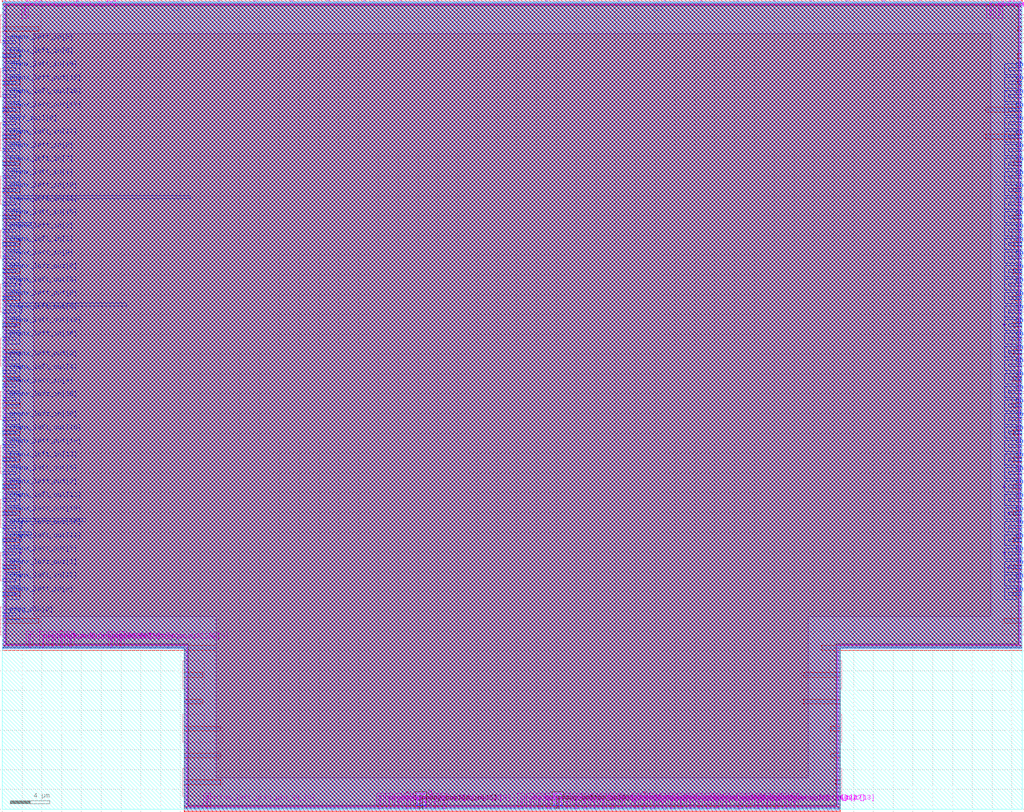
<source format=lef>
VERSION 5.7 ;
BUSBITCHARS "[]" ;

UNITS
  DATABASE MICRONS 1000 ;
END UNITS

MANUFACTURINGGRID 0.005 ;

LAYER nwell
  TYPE MASTERSLICE ;
END nwell

LAYER pwell
  TYPE MASTERSLICE ;
END pwell

LAYER fieldpoly
  TYPE MASTERSLICE ;
END fieldpoly

LAYER li1
  TYPE ROUTING ;
  DIRECTION VERTICAL ;
  PITCH 0.46 ;
  WIDTH 0.17 ;
END li1

LAYER mcon
  TYPE CUT ;
END mcon

LAYER met1
  TYPE ROUTING ;
  DIRECTION HORIZONTAL ;
  PITCH 0.34 ;
  WIDTH 0.14 ;
END met1

LAYER via
  TYPE CUT ;
END via

LAYER met2
  TYPE ROUTING ;
  DIRECTION VERTICAL ;
  PITCH 0.46 ;
  WIDTH 0.14 ;
END met2

LAYER via2
  TYPE CUT ;
END via2

LAYER met3
  TYPE ROUTING ;
  DIRECTION HORIZONTAL ;
  PITCH 0.68 ;
  WIDTH 0.3 ;
END met3

LAYER via3
  TYPE CUT ;
END via3

LAYER met4
  TYPE ROUTING ;
  DIRECTION VERTICAL ;
  PITCH 0.92 ;
  WIDTH 0.3 ;
END met4

LAYER via4
  TYPE CUT ;
END via4

LAYER met5
  TYPE ROUTING ;
  DIRECTION HORIZONTAL ;
  PITCH 3.4 ;
  WIDTH 1.6 ;
END met5

LAYER diff
  TYPE MASTERSLICE ;
END diff

LAYER licon1
  TYPE MASTERSLICE ;
END licon1

LAYER OVERLAP
  TYPE OVERLAP ;
END OVERLAP

VIA L1M1_PR
  LAYER li1 ;
    RECT -0.085 -0.085 0.085 0.085 ;
  LAYER mcon ;
    RECT -0.085 -0.085 0.085 0.085 ;
  LAYER met1 ;
    RECT -0.145 -0.115 0.145 0.115 ;
END L1M1_PR

VIA L1M1_PR_R
  LAYER li1 ;
    RECT -0.085 -0.085 0.085 0.085 ;
  LAYER mcon ;
    RECT -0.085 -0.085 0.085 0.085 ;
  LAYER met1 ;
    RECT -0.115 -0.145 0.115 0.145 ;
END L1M1_PR_R

VIA L1M1_PR_M
  LAYER li1 ;
    RECT -0.085 -0.085 0.085 0.085 ;
  LAYER mcon ;
    RECT -0.085 -0.085 0.085 0.085 ;
  LAYER met1 ;
    RECT -0.115 -0.145 0.115 0.145 ;
END L1M1_PR_M

VIA L1M1_PR_MR
  LAYER li1 ;
    RECT -0.085 -0.085 0.085 0.085 ;
  LAYER mcon ;
    RECT -0.085 -0.085 0.085 0.085 ;
  LAYER met1 ;
    RECT -0.145 -0.115 0.145 0.115 ;
END L1M1_PR_MR

VIA L1M1_PR_C
  LAYER li1 ;
    RECT -0.085 -0.085 0.085 0.085 ;
  LAYER mcon ;
    RECT -0.085 -0.085 0.085 0.085 ;
  LAYER met1 ;
    RECT -0.145 -0.145 0.145 0.145 ;
END L1M1_PR_C

VIA M1M2_PR
  LAYER met1 ;
    RECT -0.16 -0.13 0.16 0.13 ;
  LAYER via ;
    RECT -0.075 -0.075 0.075 0.075 ;
  LAYER met2 ;
    RECT -0.13 -0.16 0.13 0.16 ;
END M1M2_PR

VIA M1M2_PR_Enc
  LAYER met1 ;
    RECT -0.16 -0.13 0.16 0.13 ;
  LAYER via ;
    RECT -0.075 -0.075 0.075 0.075 ;
  LAYER met2 ;
    RECT -0.16 -0.13 0.16 0.13 ;
END M1M2_PR_Enc

VIA M1M2_PR_R
  LAYER met1 ;
    RECT -0.13 -0.16 0.13 0.16 ;
  LAYER via ;
    RECT -0.075 -0.075 0.075 0.075 ;
  LAYER met2 ;
    RECT -0.16 -0.13 0.16 0.13 ;
END M1M2_PR_R

VIA M1M2_PR_R_Enc
  LAYER met1 ;
    RECT -0.13 -0.16 0.13 0.16 ;
  LAYER via ;
    RECT -0.075 -0.075 0.075 0.075 ;
  LAYER met2 ;
    RECT -0.13 -0.16 0.13 0.16 ;
END M1M2_PR_R_Enc

VIA M1M2_PR_M
  LAYER met1 ;
    RECT -0.16 -0.13 0.16 0.13 ;
  LAYER via ;
    RECT -0.075 -0.075 0.075 0.075 ;
  LAYER met2 ;
    RECT -0.16 -0.13 0.16 0.13 ;
END M1M2_PR_M

VIA M1M2_PR_M_Enc
  LAYER met1 ;
    RECT -0.16 -0.13 0.16 0.13 ;
  LAYER via ;
    RECT -0.075 -0.075 0.075 0.075 ;
  LAYER met2 ;
    RECT -0.13 -0.16 0.13 0.16 ;
END M1M2_PR_M_Enc

VIA M1M2_PR_MR
  LAYER met1 ;
    RECT -0.13 -0.16 0.13 0.16 ;
  LAYER via ;
    RECT -0.075 -0.075 0.075 0.075 ;
  LAYER met2 ;
    RECT -0.13 -0.16 0.13 0.16 ;
END M1M2_PR_MR

VIA M1M2_PR_MR_Enc
  LAYER met1 ;
    RECT -0.13 -0.16 0.13 0.16 ;
  LAYER via ;
    RECT -0.075 -0.075 0.075 0.075 ;
  LAYER met2 ;
    RECT -0.16 -0.13 0.16 0.13 ;
END M1M2_PR_MR_Enc

VIA M1M2_PR_C
  LAYER met1 ;
    RECT -0.16 -0.16 0.16 0.16 ;
  LAYER via ;
    RECT -0.075 -0.075 0.075 0.075 ;
  LAYER met2 ;
    RECT -0.16 -0.16 0.16 0.16 ;
END M1M2_PR_C

VIA M2M3_PR
  LAYER met2 ;
    RECT -0.14 -0.185 0.14 0.185 ;
  LAYER via2 ;
    RECT -0.1 -0.1 0.1 0.1 ;
  LAYER met3 ;
    RECT -0.165 -0.165 0.165 0.165 ;
END M2M3_PR

VIA M2M3_PR_R
  LAYER met2 ;
    RECT -0.185 -0.14 0.185 0.14 ;
  LAYER via2 ;
    RECT -0.1 -0.1 0.1 0.1 ;
  LAYER met3 ;
    RECT -0.165 -0.165 0.165 0.165 ;
END M2M3_PR_R

VIA M2M3_PR_M
  LAYER met2 ;
    RECT -0.14 -0.185 0.14 0.185 ;
  LAYER via2 ;
    RECT -0.1 -0.1 0.1 0.1 ;
  LAYER met3 ;
    RECT -0.165 -0.165 0.165 0.165 ;
END M2M3_PR_M

VIA M2M3_PR_MR
  LAYER met2 ;
    RECT -0.185 -0.14 0.185 0.14 ;
  LAYER via2 ;
    RECT -0.1 -0.1 0.1 0.1 ;
  LAYER met3 ;
    RECT -0.165 -0.165 0.165 0.165 ;
END M2M3_PR_MR

VIA M2M3_PR_C
  LAYER met2 ;
    RECT -0.185 -0.185 0.185 0.185 ;
  LAYER via2 ;
    RECT -0.1 -0.1 0.1 0.1 ;
  LAYER met3 ;
    RECT -0.165 -0.165 0.165 0.165 ;
END M2M3_PR_C

VIA M3M4_PR
  LAYER met3 ;
    RECT -0.19 -0.16 0.19 0.16 ;
  LAYER via3 ;
    RECT -0.1 -0.1 0.1 0.1 ;
  LAYER met4 ;
    RECT -0.165 -0.165 0.165 0.165 ;
END M3M4_PR

VIA M3M4_PR_R
  LAYER met3 ;
    RECT -0.16 -0.19 0.16 0.19 ;
  LAYER via3 ;
    RECT -0.1 -0.1 0.1 0.1 ;
  LAYER met4 ;
    RECT -0.165 -0.165 0.165 0.165 ;
END M3M4_PR_R

VIA M3M4_PR_M
  LAYER met3 ;
    RECT -0.19 -0.16 0.19 0.16 ;
  LAYER via3 ;
    RECT -0.1 -0.1 0.1 0.1 ;
  LAYER met4 ;
    RECT -0.165 -0.165 0.165 0.165 ;
END M3M4_PR_M

VIA M3M4_PR_MR
  LAYER met3 ;
    RECT -0.16 -0.19 0.16 0.19 ;
  LAYER via3 ;
    RECT -0.1 -0.1 0.1 0.1 ;
  LAYER met4 ;
    RECT -0.165 -0.165 0.165 0.165 ;
END M3M4_PR_MR

VIA M3M4_PR_C
  LAYER met3 ;
    RECT -0.19 -0.19 0.19 0.19 ;
  LAYER via3 ;
    RECT -0.1 -0.1 0.1 0.1 ;
  LAYER met4 ;
    RECT -0.165 -0.165 0.165 0.165 ;
END M3M4_PR_C

VIA M4M5_PR
  LAYER met4 ;
    RECT -0.59 -0.59 0.59 0.59 ;
  LAYER via4 ;
    RECT -0.4 -0.4 0.4 0.4 ;
  LAYER met5 ;
    RECT -0.71 -0.71 0.71 0.71 ;
END M4M5_PR

VIA M4M5_PR_R
  LAYER met4 ;
    RECT -0.59 -0.59 0.59 0.59 ;
  LAYER via4 ;
    RECT -0.4 -0.4 0.4 0.4 ;
  LAYER met5 ;
    RECT -0.71 -0.71 0.71 0.71 ;
END M4M5_PR_R

VIA M4M5_PR_M
  LAYER met4 ;
    RECT -0.59 -0.59 0.59 0.59 ;
  LAYER via4 ;
    RECT -0.4 -0.4 0.4 0.4 ;
  LAYER met5 ;
    RECT -0.71 -0.71 0.71 0.71 ;
END M4M5_PR_M

VIA M4M5_PR_MR
  LAYER met4 ;
    RECT -0.59 -0.59 0.59 0.59 ;
  LAYER via4 ;
    RECT -0.4 -0.4 0.4 0.4 ;
  LAYER met5 ;
    RECT -0.71 -0.71 0.71 0.71 ;
END M4M5_PR_MR

VIA M4M5_PR_C
  LAYER met4 ;
    RECT -0.59 -0.59 0.59 0.59 ;
  LAYER via4 ;
    RECT -0.4 -0.4 0.4 0.4 ;
  LAYER met5 ;
    RECT -0.71 -0.71 0.71 0.71 ;
END M4M5_PR_C

SITE unit
  CLASS CORE ;
  SYMMETRY Y ;
  SIZE 0.46 BY 2.72 ;
END unit

SITE unithddbl
  CLASS CORE ;
  SIZE 0.46 BY 5.44 ;
END unithddbl

MACRO sb_1__2_
  CLASS BLOCK ;
  ORIGIN 0 0 ;
  SIZE 103.04 BY 81.6 ;
  SYMMETRY X Y ;
  PIN prog_clk[0]
    DIRECTION INPUT ;
    USE CLOCK ;
    PORT
      LAYER met3 ;
        RECT 0 19.57 1.38 19.87 ;
    END
  END prog_clk[0]
  PIN chanx_right_in[0]
    DIRECTION INPUT ;
    USE SIGNAL ;
    PORT
      LAYER met3 ;
        RECT 101.66 61.05 103.04 61.35 ;
    END
  END chanx_right_in[0]
  PIN chanx_right_in[1]
    DIRECTION INPUT ;
    USE SIGNAL ;
    PORT
      LAYER met3 ;
        RECT 101.66 39.29 103.04 39.59 ;
    END
  END chanx_right_in[1]
  PIN chanx_right_in[2]
    DIRECTION INPUT ;
    USE SIGNAL ;
    PORT
      LAYER met3 ;
        RECT 101.66 74.65 103.04 74.95 ;
    END
  END chanx_right_in[2]
  PIN chanx_right_in[3]
    DIRECTION INPUT ;
    USE SIGNAL ;
    PORT
      LAYER met3 ;
        RECT 101.66 56.97 103.04 57.27 ;
    END
  END chanx_right_in[3]
  PIN chanx_right_in[4]
    DIRECTION INPUT ;
    USE SIGNAL ;
    PORT
      LAYER met3 ;
        RECT 101.66 63.77 103.04 64.07 ;
    END
  END chanx_right_in[4]
  PIN chanx_right_in[5]
    DIRECTION INPUT ;
    USE SIGNAL ;
    PORT
      LAYER met3 ;
        RECT 101.66 69.21 103.04 69.51 ;
    END
  END chanx_right_in[5]
  PIN chanx_right_in[6]
    DIRECTION INPUT ;
    USE SIGNAL ;
    PORT
      LAYER met3 ;
        RECT 101.66 22.97 103.04 23.27 ;
    END
  END chanx_right_in[6]
  PIN chanx_right_in[7]
    DIRECTION INPUT ;
    USE SIGNAL ;
    PORT
      LAYER met3 ;
        RECT 101.66 73.29 103.04 73.59 ;
    END
  END chanx_right_in[7]
  PIN chanx_right_in[8]
    DIRECTION INPUT ;
    USE SIGNAL ;
    PORT
      LAYER met3 ;
        RECT 101.66 66.49 103.04 66.79 ;
    END
  END chanx_right_in[8]
  PIN chanx_right_in[9]
    DIRECTION INPUT ;
    USE SIGNAL ;
    PORT
      LAYER met3 ;
        RECT 101.66 21.61 103.04 21.91 ;
    END
  END chanx_right_in[9]
  PIN chanx_right_in[10]
    DIRECTION INPUT ;
    USE SIGNAL ;
    PORT
      LAYER met3 ;
        RECT 101.66 62.41 103.04 62.71 ;
    END
  END chanx_right_in[10]
  PIN chanx_right_in[11]
    DIRECTION INPUT ;
    USE SIGNAL ;
    PORT
      LAYER met3 ;
        RECT 101.66 36.57 103.04 36.87 ;
    END
  END chanx_right_in[11]
  PIN chanx_right_in[12]
    DIRECTION INPUT ;
    USE SIGNAL ;
    PORT
      LAYER met3 ;
        RECT 101.66 59.69 103.04 59.99 ;
    END
  END chanx_right_in[12]
  PIN chanx_right_in[13]
    DIRECTION INPUT ;
    USE SIGNAL ;
    PORT
      LAYER met3 ;
        RECT 101.66 43.37 103.04 43.67 ;
    END
  END chanx_right_in[13]
  PIN chanx_right_in[14]
    DIRECTION INPUT ;
    USE SIGNAL ;
    PORT
      LAYER met3 ;
        RECT 101.66 35.21 103.04 35.51 ;
    END
  END chanx_right_in[14]
  PIN chanx_right_in[15]
    DIRECTION INPUT ;
    USE SIGNAL ;
    PORT
      LAYER met3 ;
        RECT 101.66 55.61 103.04 55.91 ;
    END
  END chanx_right_in[15]
  PIN chanx_right_in[16]
    DIRECTION INPUT ;
    USE SIGNAL ;
    PORT
      LAYER met3 ;
        RECT 101.66 67.85 103.04 68.15 ;
    END
  END chanx_right_in[16]
  PIN chanx_right_in[17]
    DIRECTION INPUT ;
    USE SIGNAL ;
    PORT
      LAYER met3 ;
        RECT 101.66 44.73 103.04 45.03 ;
    END
  END chanx_right_in[17]
  PIN chanx_right_in[18]
    DIRECTION INPUT ;
    USE SIGNAL ;
    PORT
      LAYER met3 ;
        RECT 101.66 33.85 103.04 34.15 ;
    END
  END chanx_right_in[18]
  PIN chanx_right_in[19]
    DIRECTION INPUT ;
    USE SIGNAL ;
    PORT
      LAYER met3 ;
        RECT 101.66 40.65 103.04 40.95 ;
    END
  END chanx_right_in[19]
  PIN right_top_grid_pin_1_[0]
    DIRECTION INPUT ;
    USE SIGNAL ;
    PORT
      LAYER met2 ;
        RECT 99.75 80.24 99.89 81.6 ;
    END
  END right_top_grid_pin_1_[0]
  PIN chany_bottom_in[0]
    DIRECTION INPUT ;
    USE SIGNAL ;
    PORT
      LAYER met4 ;
        RECT 55.97 0 56.27 1.36 ;
    END
  END chany_bottom_in[0]
  PIN chany_bottom_in[1]
    DIRECTION INPUT ;
    USE SIGNAL ;
    PORT
      LAYER met2 ;
        RECT 44.55 0 44.69 1.36 ;
    END
  END chany_bottom_in[1]
  PIN chany_bottom_in[2]
    DIRECTION INPUT ;
    USE SIGNAL ;
    PORT
      LAYER met2 ;
        RECT 71.23 0 71.37 1.36 ;
    END
  END chany_bottom_in[2]
  PIN chany_bottom_in[3]
    DIRECTION INPUT ;
    USE SIGNAL ;
    PORT
      LAYER met2 ;
        RECT 76.29 0 76.43 1.36 ;
    END
  END chany_bottom_in[3]
  PIN chany_bottom_in[4]
    DIRECTION INPUT ;
    USE SIGNAL ;
    PORT
      LAYER met2 ;
        RECT 58.81 0 58.95 1.36 ;
    END
  END chany_bottom_in[4]
  PIN chany_bottom_in[5]
    DIRECTION INPUT ;
    USE SIGNAL ;
    PORT
      LAYER met2 ;
        RECT 65.71 0 65.85 1.36 ;
    END
  END chany_bottom_in[5]
  PIN chany_bottom_in[6]
    DIRECTION INPUT ;
    USE SIGNAL ;
    PORT
      LAYER met2 ;
        RECT 63.87 0 64.01 1.36 ;
    END
  END chany_bottom_in[6]
  PIN chany_bottom_in[7]
    DIRECTION INPUT ;
    USE SIGNAL ;
    PORT
      LAYER met2 ;
        RECT 53.29 0 53.43 1.36 ;
    END
  END chany_bottom_in[7]
  PIN chany_bottom_in[8]
    DIRECTION INPUT ;
    USE SIGNAL ;
    PORT
      LAYER met2 ;
        RECT 73.07 0 73.21 1.36 ;
    END
  END chany_bottom_in[8]
  PIN chany_bottom_in[9]
    DIRECTION INPUT ;
    USE SIGNAL ;
    PORT
      LAYER met2 ;
        RECT 52.37 0 52.51 1.36 ;
    END
  END chany_bottom_in[9]
  PIN chany_bottom_in[10]
    DIRECTION INPUT ;
    USE SIGNAL ;
    PORT
      LAYER met2 ;
        RECT 57.89 0 58.03 1.36 ;
    END
  END chany_bottom_in[10]
  PIN chany_bottom_in[11]
    DIRECTION INPUT ;
    USE SIGNAL ;
    PORT
      LAYER met2 ;
        RECT 70.31 0 70.45 1.36 ;
    END
  END chany_bottom_in[11]
  PIN chany_bottom_in[12]
    DIRECTION INPUT ;
    USE SIGNAL ;
    PORT
      LAYER met2 ;
        RECT 61.57 0 61.71 1.36 ;
    END
  END chany_bottom_in[12]
  PIN chany_bottom_in[13]
    DIRECTION INPUT ;
    USE SIGNAL ;
    PORT
      LAYER met2 ;
        RECT 55.13 0 55.27 1.36 ;
    END
  END chany_bottom_in[13]
  PIN chany_bottom_in[14]
    DIRECTION INPUT ;
    USE SIGNAL ;
    PORT
      LAYER met2 ;
        RECT 56.05 0 56.19 1.36 ;
    END
  END chany_bottom_in[14]
  PIN chany_bottom_in[15]
    DIRECTION INPUT ;
    USE SIGNAL ;
    PORT
      LAYER met4 ;
        RECT 42.17 0 42.47 1.36 ;
    END
  END chany_bottom_in[15]
  PIN chany_bottom_in[16]
    DIRECTION INPUT ;
    USE SIGNAL ;
    PORT
      LAYER met2 ;
        RECT 60.65 0 60.79 1.36 ;
    END
  END chany_bottom_in[16]
  PIN chany_bottom_in[17]
    DIRECTION INPUT ;
    USE SIGNAL ;
    PORT
      LAYER met2 ;
        RECT 72.15 0 72.29 1.36 ;
    END
  END chany_bottom_in[17]
  PIN chany_bottom_in[18]
    DIRECTION INPUT ;
    USE SIGNAL ;
    PORT
      LAYER met2 ;
        RECT 62.49 0 62.63 1.36 ;
    END
  END chany_bottom_in[18]
  PIN chany_bottom_in[19]
    DIRECTION INPUT ;
    USE SIGNAL ;
    PORT
      LAYER met2 ;
        RECT 69.39 0 69.53 1.36 ;
    END
  END chany_bottom_in[19]
  PIN bottom_left_grid_pin_34_[0]
    DIRECTION INPUT ;
    USE SIGNAL ;
    PORT
      LAYER met2 ;
        RECT 11.89 16.32 12.03 17.68 ;
    END
  END bottom_left_grid_pin_34_[0]
  PIN bottom_left_grid_pin_35_[0]
    DIRECTION INPUT ;
    USE SIGNAL ;
    PORT
      LAYER met2 ;
        RECT 4.07 16.32 4.21 17.68 ;
    END
  END bottom_left_grid_pin_35_[0]
  PIN bottom_left_grid_pin_36_[0]
    DIRECTION INPUT ;
    USE SIGNAL ;
    PORT
      LAYER met2 ;
        RECT 5.91 16.32 6.05 17.68 ;
    END
  END bottom_left_grid_pin_36_[0]
  PIN bottom_left_grid_pin_37_[0]
    DIRECTION INPUT ;
    USE SIGNAL ;
    PORT
      LAYER met2 ;
        RECT 10.97 16.32 11.11 17.68 ;
    END
  END bottom_left_grid_pin_37_[0]
  PIN bottom_left_grid_pin_38_[0]
    DIRECTION INPUT ;
    USE SIGNAL ;
    PORT
      LAYER met2 ;
        RECT 20.63 0 20.77 1.36 ;
    END
  END bottom_left_grid_pin_38_[0]
  PIN bottom_left_grid_pin_39_[0]
    DIRECTION INPUT ;
    USE SIGNAL ;
    PORT
      LAYER met2 ;
        RECT 4.99 16.32 5.13 17.68 ;
    END
  END bottom_left_grid_pin_39_[0]
  PIN bottom_left_grid_pin_40_[0]
    DIRECTION INPUT ;
    USE SIGNAL ;
    PORT
      LAYER met2 ;
        RECT 6.83 16.32 6.97 17.68 ;
    END
  END bottom_left_grid_pin_40_[0]
  PIN bottom_left_grid_pin_41_[0]
    DIRECTION INPUT ;
    USE SIGNAL ;
    PORT
      LAYER met2 ;
        RECT 2.69 16.32 2.83 17.68 ;
    END
  END bottom_left_grid_pin_41_[0]
  PIN chanx_left_in[0]
    DIRECTION INPUT ;
    USE SIGNAL ;
    PORT
      LAYER met3 ;
        RECT 0 21.61 1.38 21.91 ;
    END
  END chanx_left_in[0]
  PIN chanx_left_in[1]
    DIRECTION INPUT ;
    USE SIGNAL ;
    PORT
      LAYER met3 ;
        RECT 0 63.77 1.38 64.07 ;
    END
  END chanx_left_in[1]
  PIN chanx_left_in[2]
    DIRECTION INPUT ;
    USE SIGNAL ;
    PORT
      LAYER met3 ;
        RECT 0 56.97 1.38 57.27 ;
    END
  END chanx_left_in[2]
  PIN chanx_left_in[3]
    DIRECTION INPUT ;
    USE SIGNAL ;
    PORT
      LAYER met3 ;
        RECT 0 58.33 1.38 58.63 ;
    END
  END chanx_left_in[3]
  PIN chanx_left_in[4]
    DIRECTION INPUT ;
    USE SIGNAL ;
    PORT
      LAYER met3 ;
        RECT 0 42.69 1.38 42.99 ;
    END
  END chanx_left_in[4]
  PIN chanx_left_in[5]
    DIRECTION INPUT ;
    USE SIGNAL ;
    PORT
      LAYER met3 ;
        RECT 0 77.37 1.38 77.67 ;
    END
  END chanx_left_in[5]
  PIN chanx_left_in[6]
    DIRECTION INPUT ;
    USE SIGNAL ;
    PORT
      LAYER met3 ;
        RECT 0 76.01 1.38 76.31 ;
    END
  END chanx_left_in[6]
  PIN chanx_left_in[7]
    DIRECTION INPUT ;
    USE SIGNAL ;
    PORT
      LAYER met3 ;
        RECT 0 65.13 1.38 65.43 ;
    END
  END chanx_left_in[7]
  PIN chanx_left_in[8]
    DIRECTION INPUT ;
    USE SIGNAL ;
    PORT
      LAYER met3 ;
        RECT 0 66.49 1.38 66.79 ;
    END
  END chanx_left_in[8]
  PIN chanx_left_in[9]
    DIRECTION INPUT ;
    USE SIGNAL ;
    PORT
      LAYER met3 ;
        RECT 0 55.61 1.38 55.91 ;
    END
  END chanx_left_in[9]
  PIN chanx_left_in[10]
    DIRECTION INPUT ;
    USE SIGNAL ;
    PORT
      LAYER met3 ;
        RECT 0 39.29 1.38 39.59 ;
    END
  END chanx_left_in[10]
  PIN chanx_left_in[11]
    DIRECTION INPUT ;
    USE SIGNAL ;
    PORT
      LAYER met3 ;
        RECT 0 61.05 1.38 61.35 ;
    END
  END chanx_left_in[11]
  PIN chanx_left_in[12]
    DIRECTION INPUT ;
    USE SIGNAL ;
    PORT
      LAYER met3 ;
        RECT 0 22.97 1.38 23.27 ;
    END
  END chanx_left_in[12]
  PIN chanx_left_in[13]
    DIRECTION INPUT ;
    USE SIGNAL ;
    PORT
      LAYER met3 ;
        RECT 0 35.21 1.38 35.51 ;
    END
  END chanx_left_in[13]
  PIN chanx_left_in[14]
    DIRECTION INPUT ;
    USE SIGNAL ;
    PORT
      LAYER met3 ;
        RECT 0 47.45 1.38 47.75 ;
    END
  END chanx_left_in[14]
  PIN chanx_left_in[15]
    DIRECTION INPUT ;
    USE SIGNAL ;
    PORT
      LAYER met3 ;
        RECT 0 59.69 1.38 59.99 ;
    END
  END chanx_left_in[15]
  PIN chanx_left_in[16]
    DIRECTION INPUT ;
    USE SIGNAL ;
    PORT
      LAYER met3 ;
        RECT 0 41.33 1.38 41.63 ;
    END
  END chanx_left_in[16]
  PIN chanx_left_in[17]
    DIRECTION INPUT ;
    USE SIGNAL ;
    PORT
      LAYER met3 ;
        RECT 0 67.85 1.38 68.15 ;
    END
  END chanx_left_in[17]
  PIN chanx_left_in[18]
    DIRECTION INPUT ;
    USE SIGNAL ;
    PORT
      LAYER met3 ;
        RECT 0 74.65 1.38 74.95 ;
    END
  END chanx_left_in[18]
  PIN chanx_left_in[19]
    DIRECTION INPUT ;
    USE SIGNAL ;
    PORT
      LAYER met3 ;
        RECT 0 62.41 1.38 62.71 ;
    END
  END chanx_left_in[19]
  PIN left_top_grid_pin_1_[0]
    DIRECTION INPUT ;
    USE SIGNAL ;
    PORT
      LAYER met2 ;
        RECT 2.23 80.24 2.37 81.6 ;
    END
  END left_top_grid_pin_1_[0]
  PIN ccff_head[0]
    DIRECTION INPUT ;
    USE SIGNAL ;
    PORT
      LAYER met2 ;
        RECT 100.67 80.24 100.81 81.6 ;
    END
  END ccff_head[0]
  PIN chanx_right_out[0]
    DIRECTION OUTPUT ;
    USE SIGNAL ;
    PORT
      LAYER met3 ;
        RECT 101.66 58.33 103.04 58.63 ;
    END
  END chanx_right_out[0]
  PIN chanx_right_out[1]
    DIRECTION OUTPUT ;
    USE SIGNAL ;
    PORT
      LAYER met3 ;
        RECT 101.66 70.57 103.04 70.87 ;
    END
  END chanx_right_out[1]
  PIN chanx_right_out[2]
    DIRECTION OUTPUT ;
    USE SIGNAL ;
    PORT
      LAYER met3 ;
        RECT 101.66 65.13 103.04 65.43 ;
    END
  END chanx_right_out[2]
  PIN chanx_right_out[3]
    DIRECTION OUTPUT ;
    USE SIGNAL ;
    PORT
      LAYER met3 ;
        RECT 101.66 47.45 103.04 47.75 ;
    END
  END chanx_right_out[3]
  PIN chanx_right_out[4]
    DIRECTION OUTPUT ;
    USE SIGNAL ;
    PORT
      LAYER met3 ;
        RECT 101.66 42.01 103.04 42.31 ;
    END
  END chanx_right_out[4]
  PIN chanx_right_out[5]
    DIRECTION OUTPUT ;
    USE SIGNAL ;
    PORT
      LAYER met3 ;
        RECT 101.66 25.69 103.04 25.99 ;
    END
  END chanx_right_out[5]
  PIN chanx_right_out[6]
    DIRECTION OUTPUT ;
    USE SIGNAL ;
    PORT
      LAYER met3 ;
        RECT 101.66 32.49 103.04 32.79 ;
    END
  END chanx_right_out[6]
  PIN chanx_right_out[7]
    DIRECTION OUTPUT ;
    USE SIGNAL ;
    PORT
      LAYER met3 ;
        RECT 101.66 54.25 103.04 54.55 ;
    END
  END chanx_right_out[7]
  PIN chanx_right_out[8]
    DIRECTION OUTPUT ;
    USE SIGNAL ;
    PORT
      LAYER met3 ;
        RECT 101.66 71.93 103.04 72.23 ;
    END
  END chanx_right_out[8]
  PIN chanx_right_out[9]
    DIRECTION OUTPUT ;
    USE SIGNAL ;
    PORT
      LAYER met3 ;
        RECT 101.66 48.81 103.04 49.11 ;
    END
  END chanx_right_out[9]
  PIN chanx_right_out[10]
    DIRECTION OUTPUT ;
    USE SIGNAL ;
    PORT
      LAYER met3 ;
        RECT 101.66 24.33 103.04 24.63 ;
    END
  END chanx_right_out[10]
  PIN chanx_right_out[11]
    DIRECTION OUTPUT ;
    USE SIGNAL ;
    PORT
      LAYER met3 ;
        RECT 101.66 52.89 103.04 53.19 ;
    END
  END chanx_right_out[11]
  PIN chanx_right_out[12]
    DIRECTION OUTPUT ;
    USE SIGNAL ;
    PORT
      LAYER met3 ;
        RECT 101.66 37.93 103.04 38.23 ;
    END
  END chanx_right_out[12]
  PIN chanx_right_out[13]
    DIRECTION OUTPUT ;
    USE SIGNAL ;
    PORT
      LAYER met3 ;
        RECT 101.66 27.05 103.04 27.35 ;
    END
  END chanx_right_out[13]
  PIN chanx_right_out[14]
    DIRECTION OUTPUT ;
    USE SIGNAL ;
    PORT
      LAYER met3 ;
        RECT 101.66 31.13 103.04 31.43 ;
    END
  END chanx_right_out[14]
  PIN chanx_right_out[15]
    DIRECTION OUTPUT ;
    USE SIGNAL ;
    PORT
      LAYER met3 ;
        RECT 101.66 50.17 103.04 50.47 ;
    END
  END chanx_right_out[15]
  PIN chanx_right_out[16]
    DIRECTION OUTPUT ;
    USE SIGNAL ;
    PORT
      LAYER met3 ;
        RECT 101.66 46.09 103.04 46.39 ;
    END
  END chanx_right_out[16]
  PIN chanx_right_out[17]
    DIRECTION OUTPUT ;
    USE SIGNAL ;
    PORT
      LAYER met3 ;
        RECT 101.66 51.53 103.04 51.83 ;
    END
  END chanx_right_out[17]
  PIN chanx_right_out[18]
    DIRECTION OUTPUT ;
    USE SIGNAL ;
    PORT
      LAYER met3 ;
        RECT 101.66 28.41 103.04 28.71 ;
    END
  END chanx_right_out[18]
  PIN chanx_right_out[19]
    DIRECTION OUTPUT ;
    USE SIGNAL ;
    PORT
      LAYER met3 ;
        RECT 101.66 29.77 103.04 30.07 ;
    END
  END chanx_right_out[19]
  PIN chany_bottom_out[0]
    DIRECTION OUTPUT ;
    USE SIGNAL ;
    PORT
      LAYER met2 ;
        RECT 39.95 0 40.09 1.36 ;
    END
  END chany_bottom_out[0]
  PIN chany_bottom_out[1]
    DIRECTION OUTPUT ;
    USE SIGNAL ;
    PORT
      LAYER met2 ;
        RECT 38.11 0 38.25 1.36 ;
    END
  END chany_bottom_out[1]
  PIN chany_bottom_out[2]
    DIRECTION OUTPUT ;
    USE SIGNAL ;
    PORT
      LAYER met2 ;
        RECT 42.71 0 42.85 1.36 ;
    END
  END chany_bottom_out[2]
  PIN chany_bottom_out[3]
    DIRECTION OUTPUT ;
    USE SIGNAL ;
    PORT
      LAYER met2 ;
        RECT 54.21 0 54.35 1.36 ;
    END
  END chany_bottom_out[3]
  PIN chany_bottom_out[4]
    DIRECTION OUTPUT ;
    USE SIGNAL ;
    PORT
      LAYER met2 ;
        RECT 67.55 0 67.69 1.36 ;
    END
  END chany_bottom_out[4]
  PIN chany_bottom_out[5]
    DIRECTION OUTPUT ;
    USE SIGNAL ;
    PORT
      LAYER met2 ;
        RECT 64.79 0 64.93 1.36 ;
    END
  END chany_bottom_out[5]
  PIN chany_bottom_out[6]
    DIRECTION OUTPUT ;
    USE SIGNAL ;
    PORT
      LAYER met2 ;
        RECT 66.63 0 66.77 1.36 ;
    END
  END chany_bottom_out[6]
  PIN chany_bottom_out[7]
    DIRECTION OUTPUT ;
    USE SIGNAL ;
    PORT
      LAYER met2 ;
        RECT 39.03 0 39.17 1.36 ;
    END
  END chany_bottom_out[7]
  PIN chany_bottom_out[8]
    DIRECTION OUTPUT ;
    USE SIGNAL ;
    PORT
      LAYER met2 ;
        RECT 74.45 0 74.59 1.36 ;
    END
  END chany_bottom_out[8]
  PIN chany_bottom_out[9]
    DIRECTION OUTPUT ;
    USE SIGNAL ;
    PORT
      LAYER met2 ;
        RECT 43.63 0 43.77 1.36 ;
    END
  END chany_bottom_out[9]
  PIN chany_bottom_out[10]
    DIRECTION OUTPUT ;
    USE SIGNAL ;
    PORT
      LAYER met2 ;
        RECT 78.13 0 78.27 1.36 ;
    END
  END chany_bottom_out[10]
  PIN chany_bottom_out[11]
    DIRECTION OUTPUT ;
    USE SIGNAL ;
    PORT
      LAYER met2 ;
        RECT 59.73 0 59.87 1.36 ;
    END
  END chany_bottom_out[11]
  PIN chany_bottom_out[12]
    DIRECTION OUTPUT ;
    USE SIGNAL ;
    PORT
      LAYER met2 ;
        RECT 75.37 0 75.51 1.36 ;
    END
  END chany_bottom_out[12]
  PIN chany_bottom_out[13]
    DIRECTION OUTPUT ;
    USE SIGNAL ;
    PORT
      LAYER met2 ;
        RECT 79.97 0 80.11 1.36 ;
    END
  END chany_bottom_out[13]
  PIN chany_bottom_out[14]
    DIRECTION OUTPUT ;
    USE SIGNAL ;
    PORT
      LAYER met2 ;
        RECT 68.47 0 68.61 1.36 ;
    END
  END chany_bottom_out[14]
  PIN chany_bottom_out[15]
    DIRECTION OUTPUT ;
    USE SIGNAL ;
    PORT
      LAYER met2 ;
        RECT 41.79 0 41.93 1.36 ;
    END
  END chany_bottom_out[15]
  PIN chany_bottom_out[16]
    DIRECTION OUTPUT ;
    USE SIGNAL ;
    PORT
      LAYER met2 ;
        RECT 77.21 0 77.35 1.36 ;
    END
  END chany_bottom_out[16]
  PIN chany_bottom_out[17]
    DIRECTION OUTPUT ;
    USE SIGNAL ;
    PORT
      LAYER met2 ;
        RECT 79.05 0 79.19 1.36 ;
    END
  END chany_bottom_out[17]
  PIN chany_bottom_out[18]
    DIRECTION OUTPUT ;
    USE SIGNAL ;
    PORT
      LAYER met2 ;
        RECT 56.97 0 57.11 1.36 ;
    END
  END chany_bottom_out[18]
  PIN chany_bottom_out[19]
    DIRECTION OUTPUT ;
    USE SIGNAL ;
    PORT
      LAYER met2 ;
        RECT 40.87 0 41.01 1.36 ;
    END
  END chany_bottom_out[19]
  PIN chanx_left_out[0]
    DIRECTION OUTPUT ;
    USE SIGNAL ;
    PORT
      LAYER met3 ;
        RECT 0 54.25 1.38 54.55 ;
    END
  END chanx_left_out[0]
  PIN chanx_left_out[1]
    DIRECTION OUTPUT ;
    USE SIGNAL ;
    PORT
      LAYER met3 ;
        RECT 0 24.33 1.38 24.63 ;
    END
  END chanx_left_out[1]
  PIN chanx_left_out[2]
    DIRECTION OUTPUT ;
    USE SIGNAL ;
    PORT
      LAYER met3 ;
        RECT 0 45.41 1.38 45.71 ;
    END
  END chanx_left_out[2]
  PIN chanx_left_out[3]
    DIRECTION OUTPUT ;
    USE SIGNAL ;
    PORT
      LAYER met3 ;
        RECT 0 52.89 1.38 53.19 ;
    END
  END chanx_left_out[3]
  PIN chanx_left_out[4]
    DIRECTION OUTPUT ;
    USE SIGNAL ;
    PORT
      LAYER met3 ;
        RECT 0 44.05 1.38 44.35 ;
    END
  END chanx_left_out[4]
  PIN chanx_left_out[5]
    DIRECTION OUTPUT ;
    USE SIGNAL ;
    PORT
      LAYER met3 ;
        RECT 0 50.17 1.38 50.47 ;
    END
  END chanx_left_out[5]
  PIN chanx_left_out[6]
    DIRECTION OUTPUT ;
    USE SIGNAL ;
    PORT
      LAYER met3 ;
        RECT 0 33.85 1.38 34.15 ;
    END
  END chanx_left_out[6]
  PIN chanx_left_out[7]
    DIRECTION OUTPUT ;
    USE SIGNAL ;
    PORT
      LAYER met3 ;
        RECT 0 25.69 1.38 25.99 ;
    END
  END chanx_left_out[7]
  PIN chanx_left_out[8]
    DIRECTION OUTPUT ;
    USE SIGNAL ;
    PORT
      LAYER met3 ;
        RECT 0 51.53 1.38 51.83 ;
    END
  END chanx_left_out[8]
  PIN chanx_left_out[9]
    DIRECTION OUTPUT ;
    USE SIGNAL ;
    PORT
      LAYER met3 ;
        RECT 0 32.49 1.38 32.79 ;
    END
  END chanx_left_out[9]
  PIN chanx_left_out[10]
    DIRECTION OUTPUT ;
    USE SIGNAL ;
    PORT
      LAYER met3 ;
        RECT 0 36.57 1.38 36.87 ;
    END
  END chanx_left_out[10]
  PIN chanx_left_out[11]
    DIRECTION OUTPUT ;
    USE SIGNAL ;
    PORT
      LAYER met3 ;
        RECT 0 27.05 1.38 27.35 ;
    END
  END chanx_left_out[11]
  PIN chanx_left_out[12]
    DIRECTION OUTPUT ;
    USE SIGNAL ;
    PORT
      LAYER met3 ;
        RECT 0 48.81 1.38 49.11 ;
    END
  END chanx_left_out[12]
  PIN chanx_left_out[13]
    DIRECTION OUTPUT ;
    USE SIGNAL ;
    PORT
      LAYER met3 ;
        RECT 0 31.13 1.38 31.43 ;
    END
  END chanx_left_out[13]
  PIN chanx_left_out[14]
    DIRECTION OUTPUT ;
    USE SIGNAL ;
    PORT
      LAYER met3 ;
        RECT 0 28.41 1.38 28.71 ;
    END
  END chanx_left_out[14]
  PIN chanx_left_out[15]
    DIRECTION OUTPUT ;
    USE SIGNAL ;
    PORT
      LAYER met3 ;
        RECT 0 73.29 1.38 73.59 ;
    END
  END chanx_left_out[15]
  PIN chanx_left_out[16]
    DIRECTION OUTPUT ;
    USE SIGNAL ;
    PORT
      LAYER met3 ;
        RECT 0 37.93 1.38 38.23 ;
    END
  END chanx_left_out[16]
  PIN chanx_left_out[17]
    DIRECTION OUTPUT ;
    USE SIGNAL ;
    PORT
      LAYER met3 ;
        RECT 0 70.57 1.38 70.87 ;
    END
  END chanx_left_out[17]
  PIN chanx_left_out[18]
    DIRECTION OUTPUT ;
    USE SIGNAL ;
    PORT
      LAYER met3 ;
        RECT 0 29.77 1.38 30.07 ;
    END
  END chanx_left_out[18]
  PIN chanx_left_out[19]
    DIRECTION OUTPUT ;
    USE SIGNAL ;
    PORT
      LAYER met3 ;
        RECT 0 71.93 1.38 72.23 ;
    END
  END chanx_left_out[19]
  PIN ccff_tail[0]
    DIRECTION OUTPUT ;
    USE SIGNAL ;
    PORT
      LAYER met3 ;
        RECT 0 69.21 1.38 69.51 ;
    END
  END ccff_tail[0]
  PIN VDD
    DIRECTION INPUT ;
    USE POWER ;
  END VDD
  PIN VSS
    DIRECTION INPUT ;
    USE GROUND ;
  END VSS
  OBS
    LAYER li1 ;
      RECT 0 81.515 103.04 81.685 ;
      RECT 102.58 78.795 103.04 78.965 ;
      RECT 0 78.795 3.68 78.965 ;
      RECT 102.58 76.075 103.04 76.245 ;
      RECT 0 76.075 1.84 76.245 ;
      RECT 102.58 73.355 103.04 73.525 ;
      RECT 0 73.355 1.84 73.525 ;
      RECT 99.36 70.635 103.04 70.805 ;
      RECT 0 70.635 1.84 70.805 ;
      RECT 99.36 67.915 103.04 68.085 ;
      RECT 0 67.915 1.84 68.085 ;
      RECT 102.12 65.195 103.04 65.365 ;
      RECT 0 65.195 1.84 65.365 ;
      RECT 102.12 62.475 103.04 62.645 ;
      RECT 0 62.475 1.84 62.645 ;
      RECT 102.12 59.755 103.04 59.925 ;
      RECT 0 59.755 1.84 59.925 ;
      RECT 102.12 57.035 103.04 57.205 ;
      RECT 0 57.035 1.84 57.205 ;
      RECT 102.12 54.315 103.04 54.485 ;
      RECT 0 54.315 1.84 54.485 ;
      RECT 102.12 51.595 103.04 51.765 ;
      RECT 0 51.595 1.84 51.765 ;
      RECT 102.12 48.875 103.04 49.045 ;
      RECT 0 48.875 1.84 49.045 ;
      RECT 102.12 46.155 103.04 46.325 ;
      RECT 0 46.155 1.84 46.325 ;
      RECT 102.12 43.435 103.04 43.605 ;
      RECT 0 43.435 1.84 43.605 ;
      RECT 102.12 40.715 103.04 40.885 ;
      RECT 0 40.715 1.84 40.885 ;
      RECT 102.12 37.995 103.04 38.165 ;
      RECT 0 37.995 1.84 38.165 ;
      RECT 102.12 35.275 103.04 35.445 ;
      RECT 0 35.275 1.84 35.445 ;
      RECT 102.12 32.555 103.04 32.725 ;
      RECT 0 32.555 1.84 32.725 ;
      RECT 102.12 29.835 103.04 30.005 ;
      RECT 0 29.835 1.84 30.005 ;
      RECT 102.12 27.115 103.04 27.285 ;
      RECT 0 27.115 1.84 27.285 ;
      RECT 102.12 24.395 103.04 24.565 ;
      RECT 0 24.395 1.84 24.565 ;
      RECT 102.12 21.675 103.04 21.845 ;
      RECT 0 21.675 1.84 21.845 ;
      RECT 101.2 18.955 103.04 19.125 ;
      RECT 0 18.955 3.68 19.125 ;
      RECT 82.8 16.235 103.04 16.405 ;
      RECT 0 16.235 21.62 16.405 ;
      RECT 80.96 13.515 84.64 13.685 ;
      RECT 18.4 13.515 20.24 13.685 ;
      RECT 80.96 10.795 84.64 10.965 ;
      RECT 18.4 10.795 20.24 10.965 ;
      RECT 83.72 8.075 84.64 8.245 ;
      RECT 18.4 8.075 22.08 8.245 ;
      RECT 83.72 5.355 84.64 5.525 ;
      RECT 18.4 5.355 22.08 5.525 ;
      RECT 84.18 2.635 84.64 2.805 ;
      RECT 18.4 2.635 22.08 2.805 ;
      RECT 18.4 -0.085 84.64 0.085 ;
    LAYER met3 ;
      POLYGON 19.01 62.03 19.01 61.73 1.23 61.73 1.23 62.01 1.78 62.01 1.78 62.03 ;
      POLYGON 2.03 59.32 2.03 59.31 2.91 59.31 2.91 59.01 2.03 59.01 2.03 59 1.65 59 1.65 59.32 ;
      POLYGON 12.57 51.15 12.57 50.85 1.99 50.85 1.99 50.17 1.78 50.17 1.78 50.87 1.69 50.87 1.69 51.15 ;
      POLYGON 8.43 29.39 8.43 29.09 1.99 29.09 1.99 28.41 1.78 28.41 1.78 29.11 1.69 29.11 1.69 29.39 ;
      POLYGON 2.91 28.03 2.91 27.73 1.99 27.73 1.99 27.05 1.78 27.05 1.78 27.75 1.69 27.75 1.69 28.03 ;
      POLYGON 102.64 81.2 102.64 75.35 101.26 75.35 101.26 74.25 102.64 74.25 102.64 73.99 101.26 73.99 101.26 72.89 102.64 72.89 102.64 72.63 101.26 72.63 101.26 71.53 102.64 71.53 102.64 71.27 101.26 71.27 101.26 70.17 102.64 70.17 102.64 69.91 101.26 69.91 101.26 68.81 102.64 68.81 102.64 68.55 101.26 68.55 101.26 67.45 102.64 67.45 102.64 67.19 101.26 67.19 101.26 66.09 102.64 66.09 102.64 65.83 101.26 65.83 101.26 64.73 102.64 64.73 102.64 64.47 101.26 64.47 101.26 63.37 102.64 63.37 102.64 63.11 101.26 63.11 101.26 62.01 102.64 62.01 102.64 61.75 101.26 61.75 101.26 60.65 102.64 60.65 102.64 60.39 101.26 60.39 101.26 59.29 102.64 59.29 102.64 59.03 101.26 59.03 101.26 57.93 102.64 57.93 102.64 57.67 101.26 57.67 101.26 56.57 102.64 56.57 102.64 56.31 101.26 56.31 101.26 55.21 102.64 55.21 102.64 54.95 101.26 54.95 101.26 53.85 102.64 53.85 102.64 53.59 101.26 53.59 101.26 52.49 102.64 52.49 102.64 52.23 101.26 52.23 101.26 51.13 102.64 51.13 102.64 50.87 101.26 50.87 101.26 49.77 102.64 49.77 102.64 49.51 101.26 49.51 101.26 48.41 102.64 48.41 102.64 48.15 101.26 48.15 101.26 47.05 102.64 47.05 102.64 46.79 101.26 46.79 101.26 45.69 102.64 45.69 102.64 45.43 101.26 45.43 101.26 44.33 102.64 44.33 102.64 44.07 101.26 44.07 101.26 42.97 102.64 42.97 102.64 42.71 101.26 42.71 101.26 41.61 102.64 41.61 102.64 41.35 101.26 41.35 101.26 40.25 102.64 40.25 102.64 39.99 101.26 39.99 101.26 38.89 102.64 38.89 102.64 38.63 101.26 38.63 101.26 37.53 102.64 37.53 102.64 37.27 101.26 37.27 101.26 36.17 102.64 36.17 102.64 35.91 101.26 35.91 101.26 34.81 102.64 34.81 102.64 34.55 101.26 34.55 101.26 33.45 102.64 33.45 102.64 33.19 101.26 33.19 101.26 32.09 102.64 32.09 102.64 31.83 101.26 31.83 101.26 30.73 102.64 30.73 102.64 30.47 101.26 30.47 101.26 29.37 102.64 29.37 102.64 29.11 101.26 29.11 101.26 28.01 102.64 28.01 102.64 27.75 101.26 27.75 101.26 26.65 102.64 26.65 102.64 26.39 101.26 26.39 101.26 25.29 102.64 25.29 102.64 25.03 101.26 25.03 101.26 23.93 102.64 23.93 102.64 23.67 101.26 23.67 101.26 22.57 102.64 22.57 102.64 22.31 101.26 22.31 101.26 21.21 102.64 21.21 102.64 16.72 84.24 16.72 84.24 0.4 18.8 0.4 18.8 16.72 0.4 16.72 0.4 19.17 1.78 19.17 1.78 20.27 0.4 20.27 0.4 21.21 1.78 21.21 1.78 22.31 0.4 22.31 0.4 22.57 1.78 22.57 1.78 23.67 0.4 23.67 0.4 23.93 1.78 23.93 1.78 25.03 0.4 25.03 0.4 25.29 1.78 25.29 1.78 26.39 0.4 26.39 0.4 26.65 1.78 26.65 1.78 27.75 0.4 27.75 0.4 28.01 1.78 28.01 1.78 29.11 0.4 29.11 0.4 29.37 1.78 29.37 1.78 30.47 0.4 30.47 0.4 30.73 1.78 30.73 1.78 31.83 0.4 31.83 0.4 32.09 1.78 32.09 1.78 33.19 0.4 33.19 0.4 33.45 1.78 33.45 1.78 34.55 0.4 34.55 0.4 34.81 1.78 34.81 1.78 35.91 0.4 35.91 0.4 36.17 1.78 36.17 1.78 37.27 0.4 37.27 0.4 37.53 1.78 37.53 1.78 38.63 0.4 38.63 0.4 38.89 1.78 38.89 1.78 39.99 0.4 39.99 0.4 40.93 1.78 40.93 1.78 42.03 0.4 42.03 0.4 42.29 1.78 42.29 1.78 43.39 0.4 43.39 0.4 43.65 1.78 43.65 1.78 44.75 0.4 44.75 0.4 45.01 1.78 45.01 1.78 46.11 0.4 46.11 0.4 47.05 1.78 47.05 1.78 48.15 0.4 48.15 0.4 48.41 1.78 48.41 1.78 49.51 0.4 49.51 0.4 49.77 1.78 49.77 1.78 50.87 0.4 50.87 0.4 51.13 1.78 51.13 1.78 52.23 0.4 52.23 0.4 52.49 1.78 52.49 1.78 53.59 0.4 53.59 0.4 53.85 1.78 53.85 1.78 54.95 0.4 54.95 0.4 55.21 1.78 55.21 1.78 56.31 0.4 56.31 0.4 56.57 1.78 56.57 1.78 57.67 0.4 57.67 0.4 57.93 1.78 57.93 1.78 59.03 0.4 59.03 0.4 59.29 1.78 59.29 1.78 60.39 0.4 60.39 0.4 60.65 1.78 60.65 1.78 61.75 0.4 61.75 0.4 62.01 1.78 62.01 1.78 63.11 0.4 63.11 0.4 63.37 1.78 63.37 1.78 64.47 0.4 64.47 0.4 64.73 1.78 64.73 1.78 65.83 0.4 65.83 0.4 66.09 1.78 66.09 1.78 67.19 0.4 67.19 0.4 67.45 1.78 67.45 1.78 68.55 0.4 68.55 0.4 68.81 1.78 68.81 1.78 69.91 0.4 69.91 0.4 70.17 1.78 70.17 1.78 71.27 0.4 71.27 0.4 71.53 1.78 71.53 1.78 72.63 0.4 72.63 0.4 72.89 1.78 72.89 1.78 73.99 0.4 73.99 0.4 74.25 1.78 74.25 1.78 75.35 0.4 75.35 0.4 75.61 1.78 75.61 1.78 76.71 0.4 76.71 0.4 76.97 1.78 76.97 1.78 78.07 0.4 78.07 0.4 81.2 ;
    LAYER met2 ;
      RECT 3.55 17.86 3.81 18.18 ;
      RECT 43.11 1.54 43.37 1.86 ;
      POLYGON 102.76 81.32 102.76 16.6 84.36 16.6 84.36 0.28 80.39 0.28 80.39 1.64 79.69 1.64 79.69 0.28 79.47 0.28 79.47 1.64 78.77 1.64 78.77 0.28 78.55 0.28 78.55 1.64 77.85 1.64 77.85 0.28 77.63 0.28 77.63 1.64 76.93 1.64 76.93 0.28 76.71 0.28 76.71 1.64 76.01 1.64 76.01 0.28 75.79 0.28 75.79 1.64 75.09 1.64 75.09 0.28 74.87 0.28 74.87 1.64 74.17 1.64 74.17 0.28 73.49 0.28 73.49 1.64 72.79 1.64 72.79 0.28 72.57 0.28 72.57 1.64 71.87 1.64 71.87 0.28 71.65 0.28 71.65 1.64 70.95 1.64 70.95 0.28 70.73 0.28 70.73 1.64 70.03 1.64 70.03 0.28 69.81 0.28 69.81 1.64 69.11 1.64 69.11 0.28 68.89 0.28 68.89 1.64 68.19 1.64 68.19 0.28 67.97 0.28 67.97 1.64 67.27 1.64 67.27 0.28 67.05 0.28 67.05 1.64 66.35 1.64 66.35 0.28 66.13 0.28 66.13 1.64 65.43 1.64 65.43 0.28 65.21 0.28 65.21 1.64 64.51 1.64 64.51 0.28 64.29 0.28 64.29 1.64 63.59 1.64 63.59 0.28 62.91 0.28 62.91 1.64 62.21 1.64 62.21 0.28 61.99 0.28 61.99 1.64 61.29 1.64 61.29 0.28 61.07 0.28 61.07 1.64 60.37 1.64 60.37 0.28 60.15 0.28 60.15 1.64 59.45 1.64 59.45 0.28 59.23 0.28 59.23 1.64 58.53 1.64 58.53 0.28 58.31 0.28 58.31 1.64 57.61 1.64 57.61 0.28 57.39 0.28 57.39 1.64 56.69 1.64 56.69 0.28 56.47 0.28 56.47 1.64 55.77 1.64 55.77 0.28 55.55 0.28 55.55 1.64 54.85 1.64 54.85 0.28 54.63 0.28 54.63 1.64 53.93 1.64 53.93 0.28 53.71 0.28 53.71 1.64 53.01 1.64 53.01 0.28 52.79 0.28 52.79 1.64 52.09 1.64 52.09 0.28 44.97 0.28 44.97 1.64 44.27 1.64 44.27 0.28 44.05 0.28 44.05 1.64 43.35 1.64 43.35 0.28 43.13 0.28 43.13 1.64 42.43 1.64 42.43 0.28 42.21 0.28 42.21 1.64 41.51 1.64 41.51 0.28 41.29 0.28 41.29 1.64 40.59 1.64 40.59 0.28 40.37 0.28 40.37 1.64 39.67 1.64 39.67 0.28 39.45 0.28 39.45 1.64 38.75 1.64 38.75 0.28 38.53 0.28 38.53 1.64 37.83 1.64 37.83 0.28 21.05 0.28 21.05 1.64 20.35 1.64 20.35 0.28 18.68 0.28 18.68 16.6 12.31 16.6 12.31 17.96 11.61 17.96 11.61 16.6 11.39 16.6 11.39 17.96 10.69 17.96 10.69 16.6 7.25 16.6 7.25 17.96 6.55 17.96 6.55 16.6 6.33 16.6 6.33 17.96 5.63 17.96 5.63 16.6 5.41 16.6 5.41 17.96 4.71 17.96 4.71 16.6 4.49 16.6 4.49 17.96 3.79 17.96 3.79 16.6 3.11 16.6 3.11 17.96 2.41 17.96 2.41 16.6 0.28 16.6 0.28 81.32 1.95 81.32 1.95 79.96 2.65 79.96 2.65 81.32 99.47 81.32 99.47 79.96 100.17 79.96 100.17 81.32 100.39 81.32 100.39 79.96 101.09 79.96 101.09 81.32 ;
    LAYER met4 ;
      POLYGON 102.64 81.2 102.64 16.72 84.24 16.72 84.24 0.4 56.67 0.4 56.67 1.76 55.57 1.76 55.57 0.4 42.87 0.4 42.87 1.76 41.77 1.76 41.77 0.4 18.8 0.4 18.8 16.72 0.4 16.72 0.4 81.2 ;
    LAYER li1 ;
      RECT 65.865 80.79 66.615 81.335 ;
      RECT 17.105 80.79 17.855 81.335 ;
      RECT 17.105 16.585 17.855 17.13 ;
      RECT 65.865 0.265 66.615 0.81 ;
      POLYGON 102.7 81.26 102.7 16.66 84.3 16.66 84.3 0.34 18.74 0.34 18.74 16.66 0.34 16.66 0.34 81.26 ;
    LAYER met1 ;
      RECT 0 81.36 103.04 81.84 ;
      RECT 102.58 78.64 103.04 79.12 ;
      RECT 0 78.64 3.68 79.12 ;
      RECT 102.58 75.92 103.04 76.4 ;
      RECT 0 75.92 1.84 76.4 ;
      RECT 102.58 73.2 103.04 73.68 ;
      RECT 0 73.2 1.84 73.68 ;
      RECT 99.36 70.48 103.04 70.96 ;
      RECT 0 70.48 1.84 70.96 ;
      RECT 99.36 67.76 103.04 68.24 ;
      RECT 0 67.76 1.84 68.24 ;
      RECT 102.12 65.04 103.04 65.52 ;
      RECT 0 65.04 1.84 65.52 ;
      RECT 102.12 62.32 103.04 62.8 ;
      RECT 0 62.32 1.84 62.8 ;
      RECT 102.12 59.6 103.04 60.08 ;
      RECT 0 59.6 1.84 60.08 ;
      RECT 102.12 56.88 103.04 57.36 ;
      RECT 0 56.88 1.84 57.36 ;
      RECT 102.12 54.16 103.04 54.64 ;
      RECT 0 54.16 1.84 54.64 ;
      RECT 102.12 51.44 103.04 51.92 ;
      RECT 0 51.44 1.84 51.92 ;
      RECT 102.12 48.72 103.04 49.2 ;
      RECT 0 48.72 1.84 49.2 ;
      RECT 102.12 46 103.04 46.48 ;
      RECT 0 46 1.84 46.48 ;
      RECT 102.12 43.28 103.04 43.76 ;
      RECT 0 43.28 1.84 43.76 ;
      RECT 102.12 40.56 103.04 41.04 ;
      RECT 0 40.56 1.84 41.04 ;
      RECT 102.12 37.84 103.04 38.32 ;
      RECT 0 37.84 1.84 38.32 ;
      RECT 102.12 35.12 103.04 35.6 ;
      RECT 0 35.12 1.84 35.6 ;
      RECT 102.12 32.4 103.04 32.88 ;
      RECT 0 32.4 1.84 32.88 ;
      RECT 102.12 29.68 103.04 30.16 ;
      RECT 0 29.68 1.84 30.16 ;
      RECT 102.12 26.96 103.04 27.44 ;
      RECT 0 26.96 1.84 27.44 ;
      RECT 102.12 24.24 103.04 24.72 ;
      RECT 0 24.24 1.84 24.72 ;
      RECT 102.12 21.52 103.04 22 ;
      RECT 0 21.52 1.84 22 ;
      RECT 101.2 18.8 103.04 19.28 ;
      RECT 0 18.8 3.68 19.28 ;
      RECT 82.8 16.08 103.04 16.56 ;
      RECT 0 16.08 21.62 16.56 ;
      RECT 80.96 13.36 84.64 13.84 ;
      RECT 18.4 13.36 20.24 13.84 ;
      RECT 80.96 10.64 84.64 11.12 ;
      RECT 18.4 10.64 20.24 11.12 ;
      RECT 83.72 7.92 84.64 8.4 ;
      RECT 18.4 7.92 22.08 8.4 ;
      RECT 83.72 5.2 84.64 5.68 ;
      RECT 18.4 5.2 22.08 5.68 ;
      RECT 84.18 2.48 84.64 2.96 ;
      RECT 18.4 2.48 22.08 2.96 ;
      RECT 18.4 -0.24 84.64 0.24 ;
      POLYGON 102.76 81.32 102.76 16.6 84.36 16.6 84.36 0.28 18.68 0.28 18.68 16.6 0.28 16.6 0.28 81.32 ;
    LAYER met5 ;
      POLYGON 99.84 78.4 99.84 19.52 81.44 19.52 81.44 3.2 21.6 3.2 21.6 19.52 3.2 19.52 3.2 78.4 ;
    LAYER mcon ;
      RECT 102.725 81.515 102.895 81.685 ;
      RECT 102.265 81.515 102.435 81.685 ;
      RECT 101.805 81.515 101.975 81.685 ;
      RECT 101.345 81.515 101.515 81.685 ;
      RECT 100.885 81.515 101.055 81.685 ;
      RECT 100.425 81.515 100.595 81.685 ;
      RECT 99.965 81.515 100.135 81.685 ;
      RECT 99.505 81.515 99.675 81.685 ;
      RECT 99.045 81.515 99.215 81.685 ;
      RECT 98.585 81.515 98.755 81.685 ;
      RECT 98.125 81.515 98.295 81.685 ;
      RECT 97.665 81.515 97.835 81.685 ;
      RECT 97.205 81.515 97.375 81.685 ;
      RECT 96.745 81.515 96.915 81.685 ;
      RECT 96.285 81.515 96.455 81.685 ;
      RECT 95.825 81.515 95.995 81.685 ;
      RECT 95.365 81.515 95.535 81.685 ;
      RECT 94.905 81.515 95.075 81.685 ;
      RECT 94.445 81.515 94.615 81.685 ;
      RECT 93.985 81.515 94.155 81.685 ;
      RECT 93.525 81.515 93.695 81.685 ;
      RECT 93.065 81.515 93.235 81.685 ;
      RECT 92.605 81.515 92.775 81.685 ;
      RECT 92.145 81.515 92.315 81.685 ;
      RECT 91.685 81.515 91.855 81.685 ;
      RECT 91.225 81.515 91.395 81.685 ;
      RECT 90.765 81.515 90.935 81.685 ;
      RECT 90.305 81.515 90.475 81.685 ;
      RECT 89.845 81.515 90.015 81.685 ;
      RECT 89.385 81.515 89.555 81.685 ;
      RECT 88.925 81.515 89.095 81.685 ;
      RECT 88.465 81.515 88.635 81.685 ;
      RECT 88.005 81.515 88.175 81.685 ;
      RECT 87.545 81.515 87.715 81.685 ;
      RECT 87.085 81.515 87.255 81.685 ;
      RECT 86.625 81.515 86.795 81.685 ;
      RECT 86.165 81.515 86.335 81.685 ;
      RECT 85.705 81.515 85.875 81.685 ;
      RECT 85.245 81.515 85.415 81.685 ;
      RECT 84.785 81.515 84.955 81.685 ;
      RECT 84.325 81.515 84.495 81.685 ;
      RECT 83.865 81.515 84.035 81.685 ;
      RECT 83.405 81.515 83.575 81.685 ;
      RECT 82.945 81.515 83.115 81.685 ;
      RECT 82.485 81.515 82.655 81.685 ;
      RECT 82.025 81.515 82.195 81.685 ;
      RECT 81.565 81.515 81.735 81.685 ;
      RECT 81.105 81.515 81.275 81.685 ;
      RECT 80.645 81.515 80.815 81.685 ;
      RECT 80.185 81.515 80.355 81.685 ;
      RECT 79.725 81.515 79.895 81.685 ;
      RECT 79.265 81.515 79.435 81.685 ;
      RECT 78.805 81.515 78.975 81.685 ;
      RECT 78.345 81.515 78.515 81.685 ;
      RECT 77.885 81.515 78.055 81.685 ;
      RECT 77.425 81.515 77.595 81.685 ;
      RECT 76.965 81.515 77.135 81.685 ;
      RECT 76.505 81.515 76.675 81.685 ;
      RECT 76.045 81.515 76.215 81.685 ;
      RECT 75.585 81.515 75.755 81.685 ;
      RECT 75.125 81.515 75.295 81.685 ;
      RECT 74.665 81.515 74.835 81.685 ;
      RECT 74.205 81.515 74.375 81.685 ;
      RECT 73.745 81.515 73.915 81.685 ;
      RECT 73.285 81.515 73.455 81.685 ;
      RECT 72.825 81.515 72.995 81.685 ;
      RECT 72.365 81.515 72.535 81.685 ;
      RECT 71.905 81.515 72.075 81.685 ;
      RECT 71.445 81.515 71.615 81.685 ;
      RECT 70.985 81.515 71.155 81.685 ;
      RECT 70.525 81.515 70.695 81.685 ;
      RECT 70.065 81.515 70.235 81.685 ;
      RECT 69.605 81.515 69.775 81.685 ;
      RECT 69.145 81.515 69.315 81.685 ;
      RECT 68.685 81.515 68.855 81.685 ;
      RECT 68.225 81.515 68.395 81.685 ;
      RECT 67.765 81.515 67.935 81.685 ;
      RECT 67.305 81.515 67.475 81.685 ;
      RECT 66.845 81.515 67.015 81.685 ;
      RECT 66.385 81.515 66.555 81.685 ;
      RECT 65.925 81.515 66.095 81.685 ;
      RECT 65.465 81.515 65.635 81.685 ;
      RECT 65.005 81.515 65.175 81.685 ;
      RECT 64.545 81.515 64.715 81.685 ;
      RECT 64.085 81.515 64.255 81.685 ;
      RECT 63.625 81.515 63.795 81.685 ;
      RECT 63.165 81.515 63.335 81.685 ;
      RECT 62.705 81.515 62.875 81.685 ;
      RECT 62.245 81.515 62.415 81.685 ;
      RECT 61.785 81.515 61.955 81.685 ;
      RECT 61.325 81.515 61.495 81.685 ;
      RECT 60.865 81.515 61.035 81.685 ;
      RECT 60.405 81.515 60.575 81.685 ;
      RECT 59.945 81.515 60.115 81.685 ;
      RECT 59.485 81.515 59.655 81.685 ;
      RECT 59.025 81.515 59.195 81.685 ;
      RECT 58.565 81.515 58.735 81.685 ;
      RECT 58.105 81.515 58.275 81.685 ;
      RECT 57.645 81.515 57.815 81.685 ;
      RECT 57.185 81.515 57.355 81.685 ;
      RECT 56.725 81.515 56.895 81.685 ;
      RECT 56.265 81.515 56.435 81.685 ;
      RECT 55.805 81.515 55.975 81.685 ;
      RECT 55.345 81.515 55.515 81.685 ;
      RECT 54.885 81.515 55.055 81.685 ;
      RECT 54.425 81.515 54.595 81.685 ;
      RECT 53.965 81.515 54.135 81.685 ;
      RECT 53.505 81.515 53.675 81.685 ;
      RECT 53.045 81.515 53.215 81.685 ;
      RECT 52.585 81.515 52.755 81.685 ;
      RECT 52.125 81.515 52.295 81.685 ;
      RECT 51.665 81.515 51.835 81.685 ;
      RECT 51.205 81.515 51.375 81.685 ;
      RECT 50.745 81.515 50.915 81.685 ;
      RECT 50.285 81.515 50.455 81.685 ;
      RECT 49.825 81.515 49.995 81.685 ;
      RECT 49.365 81.515 49.535 81.685 ;
      RECT 48.905 81.515 49.075 81.685 ;
      RECT 48.445 81.515 48.615 81.685 ;
      RECT 47.985 81.515 48.155 81.685 ;
      RECT 47.525 81.515 47.695 81.685 ;
      RECT 47.065 81.515 47.235 81.685 ;
      RECT 46.605 81.515 46.775 81.685 ;
      RECT 46.145 81.515 46.315 81.685 ;
      RECT 45.685 81.515 45.855 81.685 ;
      RECT 45.225 81.515 45.395 81.685 ;
      RECT 44.765 81.515 44.935 81.685 ;
      RECT 44.305 81.515 44.475 81.685 ;
      RECT 43.845 81.515 44.015 81.685 ;
      RECT 43.385 81.515 43.555 81.685 ;
      RECT 42.925 81.515 43.095 81.685 ;
      RECT 42.465 81.515 42.635 81.685 ;
      RECT 42.005 81.515 42.175 81.685 ;
      RECT 41.545 81.515 41.715 81.685 ;
      RECT 41.085 81.515 41.255 81.685 ;
      RECT 40.625 81.515 40.795 81.685 ;
      RECT 40.165 81.515 40.335 81.685 ;
      RECT 39.705 81.515 39.875 81.685 ;
      RECT 39.245 81.515 39.415 81.685 ;
      RECT 38.785 81.515 38.955 81.685 ;
      RECT 38.325 81.515 38.495 81.685 ;
      RECT 37.865 81.515 38.035 81.685 ;
      RECT 37.405 81.515 37.575 81.685 ;
      RECT 36.945 81.515 37.115 81.685 ;
      RECT 36.485 81.515 36.655 81.685 ;
      RECT 36.025 81.515 36.195 81.685 ;
      RECT 35.565 81.515 35.735 81.685 ;
      RECT 35.105 81.515 35.275 81.685 ;
      RECT 34.645 81.515 34.815 81.685 ;
      RECT 34.185 81.515 34.355 81.685 ;
      RECT 33.725 81.515 33.895 81.685 ;
      RECT 33.265 81.515 33.435 81.685 ;
      RECT 32.805 81.515 32.975 81.685 ;
      RECT 32.345 81.515 32.515 81.685 ;
      RECT 31.885 81.515 32.055 81.685 ;
      RECT 31.425 81.515 31.595 81.685 ;
      RECT 30.965 81.515 31.135 81.685 ;
      RECT 30.505 81.515 30.675 81.685 ;
      RECT 30.045 81.515 30.215 81.685 ;
      RECT 29.585 81.515 29.755 81.685 ;
      RECT 29.125 81.515 29.295 81.685 ;
      RECT 28.665 81.515 28.835 81.685 ;
      RECT 28.205 81.515 28.375 81.685 ;
      RECT 27.745 81.515 27.915 81.685 ;
      RECT 27.285 81.515 27.455 81.685 ;
      RECT 26.825 81.515 26.995 81.685 ;
      RECT 26.365 81.515 26.535 81.685 ;
      RECT 25.905 81.515 26.075 81.685 ;
      RECT 25.445 81.515 25.615 81.685 ;
      RECT 24.985 81.515 25.155 81.685 ;
      RECT 24.525 81.515 24.695 81.685 ;
      RECT 24.065 81.515 24.235 81.685 ;
      RECT 23.605 81.515 23.775 81.685 ;
      RECT 23.145 81.515 23.315 81.685 ;
      RECT 22.685 81.515 22.855 81.685 ;
      RECT 22.225 81.515 22.395 81.685 ;
      RECT 21.765 81.515 21.935 81.685 ;
      RECT 21.305 81.515 21.475 81.685 ;
      RECT 20.845 81.515 21.015 81.685 ;
      RECT 20.385 81.515 20.555 81.685 ;
      RECT 19.925 81.515 20.095 81.685 ;
      RECT 19.465 81.515 19.635 81.685 ;
      RECT 19.005 81.515 19.175 81.685 ;
      RECT 18.545 81.515 18.715 81.685 ;
      RECT 18.085 81.515 18.255 81.685 ;
      RECT 17.625 81.515 17.795 81.685 ;
      RECT 17.165 81.515 17.335 81.685 ;
      RECT 16.705 81.515 16.875 81.685 ;
      RECT 16.245 81.515 16.415 81.685 ;
      RECT 15.785 81.515 15.955 81.685 ;
      RECT 15.325 81.515 15.495 81.685 ;
      RECT 14.865 81.515 15.035 81.685 ;
      RECT 14.405 81.515 14.575 81.685 ;
      RECT 13.945 81.515 14.115 81.685 ;
      RECT 13.485 81.515 13.655 81.685 ;
      RECT 13.025 81.515 13.195 81.685 ;
      RECT 12.565 81.515 12.735 81.685 ;
      RECT 12.105 81.515 12.275 81.685 ;
      RECT 11.645 81.515 11.815 81.685 ;
      RECT 11.185 81.515 11.355 81.685 ;
      RECT 10.725 81.515 10.895 81.685 ;
      RECT 10.265 81.515 10.435 81.685 ;
      RECT 9.805 81.515 9.975 81.685 ;
      RECT 9.345 81.515 9.515 81.685 ;
      RECT 8.885 81.515 9.055 81.685 ;
      RECT 8.425 81.515 8.595 81.685 ;
      RECT 7.965 81.515 8.135 81.685 ;
      RECT 7.505 81.515 7.675 81.685 ;
      RECT 7.045 81.515 7.215 81.685 ;
      RECT 6.585 81.515 6.755 81.685 ;
      RECT 6.125 81.515 6.295 81.685 ;
      RECT 5.665 81.515 5.835 81.685 ;
      RECT 5.205 81.515 5.375 81.685 ;
      RECT 4.745 81.515 4.915 81.685 ;
      RECT 4.285 81.515 4.455 81.685 ;
      RECT 3.825 81.515 3.995 81.685 ;
      RECT 3.365 81.515 3.535 81.685 ;
      RECT 2.905 81.515 3.075 81.685 ;
      RECT 2.445 81.515 2.615 81.685 ;
      RECT 1.985 81.515 2.155 81.685 ;
      RECT 1.525 81.515 1.695 81.685 ;
      RECT 1.065 81.515 1.235 81.685 ;
      RECT 0.605 81.515 0.775 81.685 ;
      RECT 0.145 81.515 0.315 81.685 ;
      RECT 102.725 78.795 102.895 78.965 ;
      RECT 0.145 78.795 0.315 78.965 ;
      RECT 102.725 76.075 102.895 76.245 ;
      RECT 0.145 76.075 0.315 76.245 ;
      RECT 102.725 73.355 102.895 73.525 ;
      RECT 0.145 73.355 0.315 73.525 ;
      RECT 102.725 70.635 102.895 70.805 ;
      RECT 0.145 70.635 0.315 70.805 ;
      RECT 102.725 67.915 102.895 68.085 ;
      RECT 0.145 67.915 0.315 68.085 ;
      RECT 102.725 65.195 102.895 65.365 ;
      RECT 0.145 65.195 0.315 65.365 ;
      RECT 102.725 62.475 102.895 62.645 ;
      RECT 0.145 62.475 0.315 62.645 ;
      RECT 102.725 59.755 102.895 59.925 ;
      RECT 0.145 59.755 0.315 59.925 ;
      RECT 102.725 57.035 102.895 57.205 ;
      RECT 0.145 57.035 0.315 57.205 ;
      RECT 102.725 54.315 102.895 54.485 ;
      RECT 0.145 54.315 0.315 54.485 ;
      RECT 102.725 51.595 102.895 51.765 ;
      RECT 0.145 51.595 0.315 51.765 ;
      RECT 102.725 48.875 102.895 49.045 ;
      RECT 0.145 48.875 0.315 49.045 ;
      RECT 102.725 46.155 102.895 46.325 ;
      RECT 0.145 46.155 0.315 46.325 ;
      RECT 102.725 43.435 102.895 43.605 ;
      RECT 0.145 43.435 0.315 43.605 ;
      RECT 102.725 40.715 102.895 40.885 ;
      RECT 0.145 40.715 0.315 40.885 ;
      RECT 102.725 37.995 102.895 38.165 ;
      RECT 0.145 37.995 0.315 38.165 ;
      RECT 102.725 35.275 102.895 35.445 ;
      RECT 0.145 35.275 0.315 35.445 ;
      RECT 102.725 32.555 102.895 32.725 ;
      RECT 0.145 32.555 0.315 32.725 ;
      RECT 102.725 29.835 102.895 30.005 ;
      RECT 0.145 29.835 0.315 30.005 ;
      RECT 102.725 27.115 102.895 27.285 ;
      RECT 0.145 27.115 0.315 27.285 ;
      RECT 102.725 24.395 102.895 24.565 ;
      RECT 0.145 24.395 0.315 24.565 ;
      RECT 102.725 21.675 102.895 21.845 ;
      RECT 0.145 21.675 0.315 21.845 ;
      RECT 102.725 18.955 102.895 19.125 ;
      RECT 0.145 18.955 0.315 19.125 ;
      RECT 102.725 16.235 102.895 16.405 ;
      RECT 102.265 16.235 102.435 16.405 ;
      RECT 101.805 16.235 101.975 16.405 ;
      RECT 101.345 16.235 101.515 16.405 ;
      RECT 100.885 16.235 101.055 16.405 ;
      RECT 100.425 16.235 100.595 16.405 ;
      RECT 99.965 16.235 100.135 16.405 ;
      RECT 99.505 16.235 99.675 16.405 ;
      RECT 99.045 16.235 99.215 16.405 ;
      RECT 98.585 16.235 98.755 16.405 ;
      RECT 98.125 16.235 98.295 16.405 ;
      RECT 97.665 16.235 97.835 16.405 ;
      RECT 97.205 16.235 97.375 16.405 ;
      RECT 96.745 16.235 96.915 16.405 ;
      RECT 96.285 16.235 96.455 16.405 ;
      RECT 95.825 16.235 95.995 16.405 ;
      RECT 95.365 16.235 95.535 16.405 ;
      RECT 94.905 16.235 95.075 16.405 ;
      RECT 94.445 16.235 94.615 16.405 ;
      RECT 93.985 16.235 94.155 16.405 ;
      RECT 93.525 16.235 93.695 16.405 ;
      RECT 93.065 16.235 93.235 16.405 ;
      RECT 92.605 16.235 92.775 16.405 ;
      RECT 92.145 16.235 92.315 16.405 ;
      RECT 91.685 16.235 91.855 16.405 ;
      RECT 91.225 16.235 91.395 16.405 ;
      RECT 90.765 16.235 90.935 16.405 ;
      RECT 90.305 16.235 90.475 16.405 ;
      RECT 89.845 16.235 90.015 16.405 ;
      RECT 89.385 16.235 89.555 16.405 ;
      RECT 88.925 16.235 89.095 16.405 ;
      RECT 88.465 16.235 88.635 16.405 ;
      RECT 88.005 16.235 88.175 16.405 ;
      RECT 87.545 16.235 87.715 16.405 ;
      RECT 87.085 16.235 87.255 16.405 ;
      RECT 86.625 16.235 86.795 16.405 ;
      RECT 86.165 16.235 86.335 16.405 ;
      RECT 85.705 16.235 85.875 16.405 ;
      RECT 85.245 16.235 85.415 16.405 ;
      RECT 84.785 16.235 84.955 16.405 ;
      RECT 84.325 16.235 84.495 16.405 ;
      RECT 18.545 16.235 18.715 16.405 ;
      RECT 18.085 16.235 18.255 16.405 ;
      RECT 17.625 16.235 17.795 16.405 ;
      RECT 17.165 16.235 17.335 16.405 ;
      RECT 16.705 16.235 16.875 16.405 ;
      RECT 16.245 16.235 16.415 16.405 ;
      RECT 15.785 16.235 15.955 16.405 ;
      RECT 15.325 16.235 15.495 16.405 ;
      RECT 14.865 16.235 15.035 16.405 ;
      RECT 14.405 16.235 14.575 16.405 ;
      RECT 13.945 16.235 14.115 16.405 ;
      RECT 13.485 16.235 13.655 16.405 ;
      RECT 13.025 16.235 13.195 16.405 ;
      RECT 12.565 16.235 12.735 16.405 ;
      RECT 12.105 16.235 12.275 16.405 ;
      RECT 11.645 16.235 11.815 16.405 ;
      RECT 11.185 16.235 11.355 16.405 ;
      RECT 10.725 16.235 10.895 16.405 ;
      RECT 10.265 16.235 10.435 16.405 ;
      RECT 9.805 16.235 9.975 16.405 ;
      RECT 9.345 16.235 9.515 16.405 ;
      RECT 8.885 16.235 9.055 16.405 ;
      RECT 8.425 16.235 8.595 16.405 ;
      RECT 7.965 16.235 8.135 16.405 ;
      RECT 7.505 16.235 7.675 16.405 ;
      RECT 7.045 16.235 7.215 16.405 ;
      RECT 6.585 16.235 6.755 16.405 ;
      RECT 6.125 16.235 6.295 16.405 ;
      RECT 5.665 16.235 5.835 16.405 ;
      RECT 5.205 16.235 5.375 16.405 ;
      RECT 4.745 16.235 4.915 16.405 ;
      RECT 4.285 16.235 4.455 16.405 ;
      RECT 3.825 16.235 3.995 16.405 ;
      RECT 3.365 16.235 3.535 16.405 ;
      RECT 2.905 16.235 3.075 16.405 ;
      RECT 2.445 16.235 2.615 16.405 ;
      RECT 1.985 16.235 2.155 16.405 ;
      RECT 1.525 16.235 1.695 16.405 ;
      RECT 1.065 16.235 1.235 16.405 ;
      RECT 0.605 16.235 0.775 16.405 ;
      RECT 0.145 16.235 0.315 16.405 ;
      RECT 84.325 13.515 84.495 13.685 ;
      RECT 18.545 13.515 18.715 13.685 ;
      RECT 84.325 10.795 84.495 10.965 ;
      RECT 18.545 10.795 18.715 10.965 ;
      RECT 84.325 8.075 84.495 8.245 ;
      RECT 18.545 8.075 18.715 8.245 ;
      RECT 84.325 5.355 84.495 5.525 ;
      RECT 18.545 5.355 18.715 5.525 ;
      RECT 84.325 2.635 84.495 2.805 ;
      RECT 18.545 2.635 18.715 2.805 ;
      RECT 84.325 -0.085 84.495 0.085 ;
      RECT 83.865 -0.085 84.035 0.085 ;
      RECT 83.405 -0.085 83.575 0.085 ;
      RECT 82.945 -0.085 83.115 0.085 ;
      RECT 82.485 -0.085 82.655 0.085 ;
      RECT 82.025 -0.085 82.195 0.085 ;
      RECT 81.565 -0.085 81.735 0.085 ;
      RECT 81.105 -0.085 81.275 0.085 ;
      RECT 80.645 -0.085 80.815 0.085 ;
      RECT 80.185 -0.085 80.355 0.085 ;
      RECT 79.725 -0.085 79.895 0.085 ;
      RECT 79.265 -0.085 79.435 0.085 ;
      RECT 78.805 -0.085 78.975 0.085 ;
      RECT 78.345 -0.085 78.515 0.085 ;
      RECT 77.885 -0.085 78.055 0.085 ;
      RECT 77.425 -0.085 77.595 0.085 ;
      RECT 76.965 -0.085 77.135 0.085 ;
      RECT 76.505 -0.085 76.675 0.085 ;
      RECT 76.045 -0.085 76.215 0.085 ;
      RECT 75.585 -0.085 75.755 0.085 ;
      RECT 75.125 -0.085 75.295 0.085 ;
      RECT 74.665 -0.085 74.835 0.085 ;
      RECT 74.205 -0.085 74.375 0.085 ;
      RECT 73.745 -0.085 73.915 0.085 ;
      RECT 73.285 -0.085 73.455 0.085 ;
      RECT 72.825 -0.085 72.995 0.085 ;
      RECT 72.365 -0.085 72.535 0.085 ;
      RECT 71.905 -0.085 72.075 0.085 ;
      RECT 71.445 -0.085 71.615 0.085 ;
      RECT 70.985 -0.085 71.155 0.085 ;
      RECT 70.525 -0.085 70.695 0.085 ;
      RECT 70.065 -0.085 70.235 0.085 ;
      RECT 69.605 -0.085 69.775 0.085 ;
      RECT 69.145 -0.085 69.315 0.085 ;
      RECT 68.685 -0.085 68.855 0.085 ;
      RECT 68.225 -0.085 68.395 0.085 ;
      RECT 67.765 -0.085 67.935 0.085 ;
      RECT 67.305 -0.085 67.475 0.085 ;
      RECT 66.845 -0.085 67.015 0.085 ;
      RECT 66.385 -0.085 66.555 0.085 ;
      RECT 65.925 -0.085 66.095 0.085 ;
      RECT 65.465 -0.085 65.635 0.085 ;
      RECT 65.005 -0.085 65.175 0.085 ;
      RECT 64.545 -0.085 64.715 0.085 ;
      RECT 64.085 -0.085 64.255 0.085 ;
      RECT 63.625 -0.085 63.795 0.085 ;
      RECT 63.165 -0.085 63.335 0.085 ;
      RECT 62.705 -0.085 62.875 0.085 ;
      RECT 62.245 -0.085 62.415 0.085 ;
      RECT 61.785 -0.085 61.955 0.085 ;
      RECT 61.325 -0.085 61.495 0.085 ;
      RECT 60.865 -0.085 61.035 0.085 ;
      RECT 60.405 -0.085 60.575 0.085 ;
      RECT 59.945 -0.085 60.115 0.085 ;
      RECT 59.485 -0.085 59.655 0.085 ;
      RECT 59.025 -0.085 59.195 0.085 ;
      RECT 58.565 -0.085 58.735 0.085 ;
      RECT 58.105 -0.085 58.275 0.085 ;
      RECT 57.645 -0.085 57.815 0.085 ;
      RECT 57.185 -0.085 57.355 0.085 ;
      RECT 56.725 -0.085 56.895 0.085 ;
      RECT 56.265 -0.085 56.435 0.085 ;
      RECT 55.805 -0.085 55.975 0.085 ;
      RECT 55.345 -0.085 55.515 0.085 ;
      RECT 54.885 -0.085 55.055 0.085 ;
      RECT 54.425 -0.085 54.595 0.085 ;
      RECT 53.965 -0.085 54.135 0.085 ;
      RECT 53.505 -0.085 53.675 0.085 ;
      RECT 53.045 -0.085 53.215 0.085 ;
      RECT 52.585 -0.085 52.755 0.085 ;
      RECT 52.125 -0.085 52.295 0.085 ;
      RECT 51.665 -0.085 51.835 0.085 ;
      RECT 51.205 -0.085 51.375 0.085 ;
      RECT 50.745 -0.085 50.915 0.085 ;
      RECT 50.285 -0.085 50.455 0.085 ;
      RECT 49.825 -0.085 49.995 0.085 ;
      RECT 49.365 -0.085 49.535 0.085 ;
      RECT 48.905 -0.085 49.075 0.085 ;
      RECT 48.445 -0.085 48.615 0.085 ;
      RECT 47.985 -0.085 48.155 0.085 ;
      RECT 47.525 -0.085 47.695 0.085 ;
      RECT 47.065 -0.085 47.235 0.085 ;
      RECT 46.605 -0.085 46.775 0.085 ;
      RECT 46.145 -0.085 46.315 0.085 ;
      RECT 45.685 -0.085 45.855 0.085 ;
      RECT 45.225 -0.085 45.395 0.085 ;
      RECT 44.765 -0.085 44.935 0.085 ;
      RECT 44.305 -0.085 44.475 0.085 ;
      RECT 43.845 -0.085 44.015 0.085 ;
      RECT 43.385 -0.085 43.555 0.085 ;
      RECT 42.925 -0.085 43.095 0.085 ;
      RECT 42.465 -0.085 42.635 0.085 ;
      RECT 42.005 -0.085 42.175 0.085 ;
      RECT 41.545 -0.085 41.715 0.085 ;
      RECT 41.085 -0.085 41.255 0.085 ;
      RECT 40.625 -0.085 40.795 0.085 ;
      RECT 40.165 -0.085 40.335 0.085 ;
      RECT 39.705 -0.085 39.875 0.085 ;
      RECT 39.245 -0.085 39.415 0.085 ;
      RECT 38.785 -0.085 38.955 0.085 ;
      RECT 38.325 -0.085 38.495 0.085 ;
      RECT 37.865 -0.085 38.035 0.085 ;
      RECT 37.405 -0.085 37.575 0.085 ;
      RECT 36.945 -0.085 37.115 0.085 ;
      RECT 36.485 -0.085 36.655 0.085 ;
      RECT 36.025 -0.085 36.195 0.085 ;
      RECT 35.565 -0.085 35.735 0.085 ;
      RECT 35.105 -0.085 35.275 0.085 ;
      RECT 34.645 -0.085 34.815 0.085 ;
      RECT 34.185 -0.085 34.355 0.085 ;
      RECT 33.725 -0.085 33.895 0.085 ;
      RECT 33.265 -0.085 33.435 0.085 ;
      RECT 32.805 -0.085 32.975 0.085 ;
      RECT 32.345 -0.085 32.515 0.085 ;
      RECT 31.885 -0.085 32.055 0.085 ;
      RECT 31.425 -0.085 31.595 0.085 ;
      RECT 30.965 -0.085 31.135 0.085 ;
      RECT 30.505 -0.085 30.675 0.085 ;
      RECT 30.045 -0.085 30.215 0.085 ;
      RECT 29.585 -0.085 29.755 0.085 ;
      RECT 29.125 -0.085 29.295 0.085 ;
      RECT 28.665 -0.085 28.835 0.085 ;
      RECT 28.205 -0.085 28.375 0.085 ;
      RECT 27.745 -0.085 27.915 0.085 ;
      RECT 27.285 -0.085 27.455 0.085 ;
      RECT 26.825 -0.085 26.995 0.085 ;
      RECT 26.365 -0.085 26.535 0.085 ;
      RECT 25.905 -0.085 26.075 0.085 ;
      RECT 25.445 -0.085 25.615 0.085 ;
      RECT 24.985 -0.085 25.155 0.085 ;
      RECT 24.525 -0.085 24.695 0.085 ;
      RECT 24.065 -0.085 24.235 0.085 ;
      RECT 23.605 -0.085 23.775 0.085 ;
      RECT 23.145 -0.085 23.315 0.085 ;
      RECT 22.685 -0.085 22.855 0.085 ;
      RECT 22.225 -0.085 22.395 0.085 ;
      RECT 21.765 -0.085 21.935 0.085 ;
      RECT 21.305 -0.085 21.475 0.085 ;
      RECT 20.845 -0.085 21.015 0.085 ;
      RECT 20.385 -0.085 20.555 0.085 ;
      RECT 19.925 -0.085 20.095 0.085 ;
      RECT 19.465 -0.085 19.635 0.085 ;
      RECT 19.005 -0.085 19.175 0.085 ;
      RECT 18.545 -0.085 18.715 0.085 ;
    LAYER via ;
      RECT 5.905 17.945 6.055 18.095 ;
      RECT 64.785 1.625 64.935 1.775 ;
      RECT 40.865 1.625 41.015 1.775 ;
    LAYER via2 ;
      RECT 1.74 52.94 1.94 53.14 ;
      RECT 101.1 48.86 101.3 49.06 ;
      RECT 1.28 48.86 1.48 49.06 ;
      RECT 101.1 32.54 101.3 32.74 ;
      RECT 101.56 29.82 101.76 30.02 ;
      RECT 101.1 25.74 101.3 25.94 ;
      RECT 1.74 25.74 1.94 25.94 ;
      RECT 101.56 24.38 101.76 24.58 ;
      RECT 1.28 21.66 1.48 21.86 ;
    LAYER via3 ;
      RECT 1.74 76.06 1.94 76.26 ;
    LAYER fieldpoly ;
      POLYGON 102.9 81.46 102.9 16.46 84.5 16.46 84.5 0.14 18.54 0.14 18.54 16.46 0.14 16.46 0.14 81.46 ;
    LAYER diff ;
      POLYGON 103.04 81.6 103.04 16.32 84.64 16.32 84.64 0 18.4 0 18.4 16.32 0 16.32 0 81.6 ;
    LAYER nwell ;
      RECT 102.39 77.465 103.23 80.295 ;
      POLYGON 3.87 80.295 3.87 78.69 2.03 78.69 2.03 77.465 -0.19 77.465 -0.19 80.295 ;
      RECT 102.39 72.025 103.23 74.855 ;
      RECT -0.19 72.025 2.03 74.855 ;
      POLYGON 103.23 69.415 103.23 66.585 101.93 66.585 101.93 67.81 99.17 67.81 99.17 69.415 ;
      RECT -0.19 66.585 2.03 69.415 ;
      POLYGON 103.23 63.975 103.23 61.145 102.39 61.145 102.39 62.37 101.93 62.37 101.93 63.975 ;
      RECT -0.19 61.145 2.03 63.975 ;
      RECT 101.93 55.705 103.23 58.535 ;
      RECT -0.19 55.705 2.03 58.535 ;
      RECT 101.93 50.265 103.23 53.095 ;
      RECT -0.19 50.265 2.03 53.095 ;
      RECT 101.93 44.825 103.23 47.655 ;
      RECT -0.19 44.825 2.03 47.655 ;
      RECT 101.93 39.385 103.23 42.215 ;
      RECT -0.19 39.385 2.03 42.215 ;
      RECT 101.93 33.945 103.23 36.775 ;
      RECT -0.19 33.945 2.03 36.775 ;
      RECT 101.93 28.505 103.23 31.335 ;
      RECT -0.19 28.505 2.03 31.335 ;
      RECT 101.93 23.065 103.23 25.895 ;
      RECT -0.19 23.065 2.03 25.895 ;
      POLYGON 103.23 20.455 103.23 17.625 101.01 17.625 101.01 19.23 101.93 19.23 101.93 20.455 ;
      POLYGON 2.03 20.455 2.03 19.23 3.87 19.23 3.87 17.625 -0.19 17.625 -0.19 20.455 ;
      POLYGON 84.83 15.015 84.83 12.185 80.77 12.185 80.77 13.79 83.53 13.79 83.53 15.015 ;
      RECT 18.21 12.185 20.43 15.015 ;
      POLYGON 84.83 9.575 84.83 6.745 83.53 6.745 83.53 8.35 83.99 8.35 83.99 9.575 ;
      POLYGON 20.43 9.575 20.43 8.35 22.27 8.35 22.27 6.745 18.21 6.745 18.21 9.575 ;
      RECT 83.99 1.305 84.83 4.135 ;
      POLYGON 20.43 4.135 20.43 2.91 22.27 2.91 22.27 1.305 18.21 1.305 18.21 4.135 ;
      POLYGON 103.04 81.6 103.04 16.32 84.64 16.32 84.64 0 18.4 0 18.4 16.32 0 16.32 0 81.6 ;
    LAYER pwell ;
      RECT 96.27 81.55 96.49 81.72 ;
      RECT 92.59 81.55 92.81 81.72 ;
      RECT 88.91 81.55 89.13 81.72 ;
      RECT 85.23 81.55 85.45 81.72 ;
      RECT 81.55 81.55 81.77 81.72 ;
      RECT 77.87 81.55 78.09 81.72 ;
      RECT 74.19 81.55 74.41 81.72 ;
      RECT 70.51 81.55 70.73 81.72 ;
      RECT 66.83 81.55 67.05 81.72 ;
      RECT 62.23 81.55 62.45 81.72 ;
      RECT 58.55 81.55 58.77 81.72 ;
      RECT 54.87 81.55 55.09 81.72 ;
      RECT 51.19 81.55 51.41 81.72 ;
      RECT 47.51 81.55 47.73 81.72 ;
      RECT 43.83 81.55 44.05 81.72 ;
      RECT 40.15 81.55 40.37 81.72 ;
      RECT 36.47 81.55 36.69 81.72 ;
      RECT 32.79 81.55 33.01 81.72 ;
      RECT 29.11 81.55 29.33 81.72 ;
      RECT 25.43 81.55 25.65 81.72 ;
      RECT 21.75 81.55 21.97 81.72 ;
      RECT 18.07 81.55 18.29 81.72 ;
      RECT 11.17 81.55 11.39 81.72 ;
      RECT 7.49 81.55 7.71 81.72 ;
      RECT 3.81 81.55 4.03 81.72 ;
      RECT 0.13 81.55 0.35 81.72 ;
      RECT 99.995 81.54 100.105 81.66 ;
      RECT 14.895 81.54 15.005 81.66 ;
      RECT 102.72 81.545 102.84 81.655 ;
      RECT 16.7 81.545 16.82 81.655 ;
      RECT 101.815 81.54 101.975 81.65 ;
      RECT 101.375 16.26 101.485 16.38 ;
      RECT 14.895 16.26 15.005 16.38 ;
      RECT 16.7 16.265 16.82 16.375 ;
      RECT 97.65 16.2 97.87 16.37 ;
      RECT 93.97 16.2 94.19 16.37 ;
      RECT 90.29 16.2 90.51 16.37 ;
      RECT 86.61 16.2 86.83 16.37 ;
      RECT 18.07 16.2 18.29 16.37 ;
      RECT 11.17 16.2 11.39 16.37 ;
      RECT 7.49 16.2 7.71 16.37 ;
      RECT 3.81 16.2 4.03 16.37 ;
      RECT 0.13 16.2 0.35 16.37 ;
      RECT 83.415 -0.05 83.575 0.06 ;
      RECT 81.595 -0.06 81.705 0.06 ;
      RECT 64.555 -0.05 64.715 0.06 ;
      RECT 62.735 -0.06 62.845 0.06 ;
      RECT 84.32 -0.055 84.44 0.055 ;
      RECT 65.46 -0.055 65.58 0.055 ;
      RECT 77.87 -0.12 78.09 0.05 ;
      RECT 74.19 -0.12 74.41 0.05 ;
      RECT 70.51 -0.12 70.73 0.05 ;
      RECT 66.83 -0.12 67.05 0.05 ;
      RECT 59.01 -0.12 59.23 0.05 ;
      RECT 55.33 -0.12 55.55 0.05 ;
      RECT 51.65 -0.12 51.87 0.05 ;
      RECT 47.97 -0.12 48.19 0.05 ;
      RECT 44.29 -0.12 44.51 0.05 ;
      RECT 40.61 -0.12 40.83 0.05 ;
      RECT 36.93 -0.12 37.15 0.05 ;
      RECT 33.25 -0.12 33.47 0.05 ;
      RECT 29.57 -0.12 29.79 0.05 ;
      RECT 25.89 -0.12 26.11 0.05 ;
      RECT 22.21 -0.12 22.43 0.05 ;
      RECT 18.53 -0.12 18.75 0.05 ;
      POLYGON 103.04 81.6 103.04 16.32 84.64 16.32 84.64 0 18.4 0 18.4 16.32 0 16.32 0 81.6 ;
    LAYER OVERLAP ;
      POLYGON 18.4 0 18.4 16.32 0 16.32 0 81.6 103.04 81.6 103.04 16.32 84.64 16.32 84.64 0 ;
  END
END sb_1__2_

END LIBRARY

</source>
